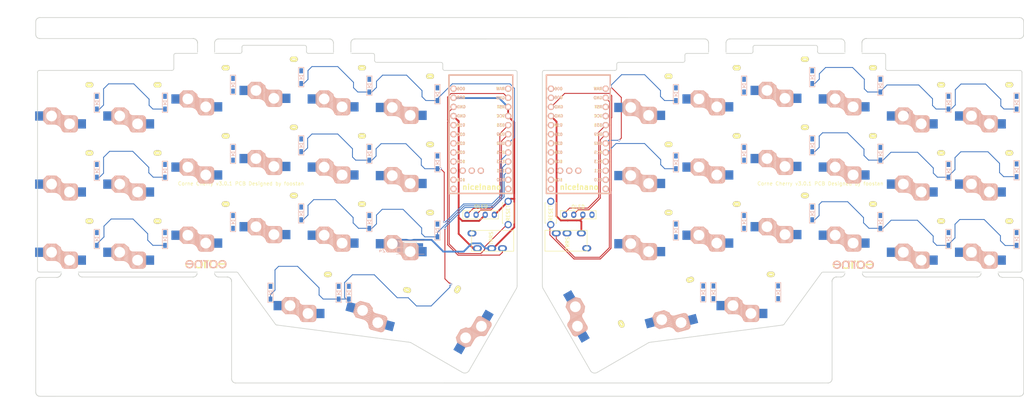
<source format=kicad_pcb>
(kicad_pcb (version 20211014) (generator pcbnew)
  (title_block (title "Corne Cherry") (date "2020-09-28") (rev "3.0.1") (company "foostan"))
  (layers (0 "F.Cu" signal) (31 "B.Cu" signal) (34 "B.Paste" user) (35 "F.Paste" user) (36 "B.SilkS" user "B.Silkscreen") (37 "F.SilkS" user "F.Silkscreen") (38 "B.Mask" user) (39 "F.Mask" user) (44 "Edge.Cuts" user))
  (net 0 "")
  (net 1 "row0")
  (net 2 "Net-(D1-Pad2)")
  (net 3 "row1")
  (net 4 "Net-(D2-Pad2)")
  (net 5 "row2")
  (net 6 "Net-(D3-Pad2)")
  (net 7 "row3")
  (net 8 "Net-(D4-Pad2)")
  (net 9 "Net-(D5-Pad2)")
  (net 10 "Net-(D6-Pad2)")
  (net 11 "Net-(D7-Pad2)")
  (net 12 "Net-(D8-Pad2)")
  (net 13 "Net-(D9-Pad2)")
  (net 14 "Net-(D10-Pad2)")
  (net 15 "Net-(D11-Pad2)")
  (net 16 "Net-(D12-Pad2)")
  (net 17 "Net-(D13-Pad2)")
  (net 18 "Net-(D14-Pad2)")
  (net 19 "Net-(D15-Pad2)")
  (net 20 "Net-(D16-Pad2)")
  (net 21 "Net-(D17-Pad2)")
  (net 22 "Net-(D18-Pad2)")
  (net 23 "Net-(D19-Pad2)")
  (net 24 "Net-(D20-Pad2)")
  (net 25 "Net-(D21-Pad2)")
  (net 26 "GND")
  (net 27 "VCC")
  (net 28 "col0")
  (net 29 "col1")
  (net 30 "col2")
  (net 31 "col3")
  (net 32 "col4")
  (net 33 "col5")
  (net 35 "data")
  (net 36 "reset")
  (net 37 "SCL")
  (net 38 "SDA")
  (net 44 "Net-(D22-Pad2)")
  (net 45 "row0_r")
  (net 46 "Net-(D23-Pad2)")
  (net 47 "Net-(D24-Pad2)")
  (net 48 "Net-(D25-Pad2)")
  (net 49 "Net-(D26-Pad2)")
  (net 50 "Net-(D27-Pad2)")
  (net 51 "row1_r")
  (net 52 "Net-(D28-Pad2)")
  (net 53 "Net-(D29-Pad2)")
  (net 54 "Net-(D30-Pad2)")
  (net 55 "Net-(D31-Pad2)")
  (net 56 "Net-(D32-Pad2)")
  (net 57 "Net-(D33-Pad2)")
  (net 58 "row2_r")
  (net 59 "Net-(D34-Pad2)")
  (net 60 "Net-(D35-Pad2)")
  (net 61 "Net-(D36-Pad2)")
  (net 62 "Net-(D37-Pad2)")
  (net 63 "Net-(D38-Pad2)")
  (net 64 "Net-(D39-Pad2)")
  (net 65 "Net-(D40-Pad2)")
  (net 66 "row3_r")
  (net 67 "Net-(D41-Pad2)")
  (net 68 "Net-(D42-Pad2)")
  (net 69 "data_r")
  (net 70 "SDA_r")
  (net 71 "SCL_r")
  (net 73 "reset_r")
  (net 74 "col0_r")
  (net 75 "col1_r")
  (net 76 "col2_r")
  (net 77 "col3_r")
  (net 78 "col4_r")
  (net 79 "col5_r")
  (net 80 "VDD")
  (net 81 "GNDA")
  (net 82 "Net-(LED18-Pad4)")
  (net 83 "Net-(LED24-Pad4)")
  (footprint "kbd:MJ-4PP-9_1side" (layer "F.Cu") (at 144.1345 74.292 -90)
    (fp_text reference "J1")
    (fp_text value "MJ-4PP-9" hide)
  )
  (footprint "kbd:OLED_1side" (layer "F.Cu") (at 130.9485 67.028)
    (fp_text reference "J2")
    (fp_text value "OLED" hide)
  )
  (footprint "kbd:ResetSW_1side" (layer "F.Cu") (at 142.4245 66.531 -90)
    (fp_text reference "RSW1" hide)
    (fp_text value "SW_PUSH")
  )
  (footprint "kbd:ChocV1_V2_Hotswap" (layer "F.Cu") (at 39.1075 35.78)
    (fp_text reference "SW2" hide)
    (fp_text value "SW_PUSH" hide)
  )
  (footprint "kbd:ChocV1_V2_Hotswap" (layer "F.Cu") (at 58.1075 31.03)
    (fp_text reference "SW3" hide)
    (fp_text value "SW_PUSH" hide)
  )
  (footprint "kbd:ChocV1_V2_Hotswap" (layer "F.Cu") (at 77.1075 28.655)
    (fp_text reference "SW4" hide)
    (fp_text value "SW_PUSH" hide)
  )
  (footprint "kbd:ChocV1_V2_Hotswap" (layer "F.Cu") (at 96.1075 31.03)
    (fp_text reference "SW5" hide)
    (fp_text value "SW_PUSH" hide)
  )
  (footprint "kbd:ChocV1_V2_Hotswap" (layer "F.Cu") (at 20.1075 54.78)
    (fp_text reference "SW7" hide)
    (fp_text value "SW_PUSH" hide)
  )
  (footprint "kbd:ChocV1_V2_Hotswap" (layer "F.Cu") (at 39.1075 54.78)
    (fp_text reference "SW8" hide)
    (fp_text value "SW_PUSH" hide)
  )
  (footprint "kbd:ChocV1_V2_Hotswap" (layer "F.Cu") (at 58.1075 50.03)
    (fp_text reference "SW9" hide)
    (fp_text value "SW_PUSH" hide)
  )
  (footprint "kbd:ChocV1_V2_Hotswap" (layer "F.Cu") (at 77.1075 47.655)
    (fp_text reference "SW10" hide)
    (fp_text value "SW_PUSH" hide)
  )
  (footprint "kbd:ChocV1_V2_Hotswap" (layer "F.Cu") (at 96.1075 50.03)
    (fp_text reference "SW11" hide)
    (fp_text value "SW_PUSH" hide)
  )
  (footprint "kbd:ChocV1_V2_Hotswap" (layer "F.Cu") (at 115.1075 52.405)
    (fp_text reference "SW12" hide)
    (fp_text value "SW_PUSH" hide)
  )
  (footprint "kbd:ChocV1_V2_Hotswap" (layer "F.Cu") (at 20.1075 73.78)
    (fp_text reference "SW13" hide)
    (fp_text value "SW_PUSH" hide)
  )
  (footprint "kbd:ChocV1_V2_Hotswap" (layer "F.Cu") (at 39.1075 73.78)
    (fp_text reference "SW14" hide)
    (fp_text value "SW_PUSH" hide)
  )
  (footprint "kbd:ChocV1_V2_Hotswap" (layer "F.Cu") (at 58.1075 69.03)
    (fp_text reference "SW15" hide)
    (fp_text value "SW_PUSH" hide)
  )
  (footprint "kbd:ChocV1_V2_Hotswap" (layer "F.Cu") (at 77.1075 66.655)
    (fp_text reference "SW16" hide)
    (fp_text value "SW_PUSH" hide)
  )
  (footprint "kbd:ChocV1_V2_Hotswap" (layer "F.Cu") (at 96.1075 69.03)
    (fp_text reference "SW17" hide)
    (fp_text value "SW_PUSH" hide)
  )
  (footprint "kbd:ChocV1_V2_Hotswap" (layer "F.Cu") (at 115.1075 71.405)
    (fp_text reference "SW18" hide)
    (fp_text value "SW_PUSH" hide)
  )
  (footprint "kbd:ChocV1_V2_Hotswap" (layer "F.Cu") (at 86.6075 88.655)
    (fp_text reference "SW19" hide)
    (fp_text value "SW_PUSH" hide)
  )
  (footprint "kbd:ChocV1_V2_Hotswap" (layer "F.Cu") (at 107.6075 91.405 -15)
    (fp_text reference "SW20" hide)
    (fp_text value "SW_PUSH" hide)
  )
  (footprint "kbd:ChocV1_V2_Hotswap_1.5u" (layer "F.Cu") (at 129.8575 95.155 60)
    (fp_text reference "SW21" hide)
    (fp_text value "SW_PUSH" hide)
  )
  (footprint "kbd:ChocV1_V2_Hotswap_1.5u" (layer "F.Cu") (at 166.8645 95.15 -60)
    (fp_text reference "SW42" hide)
    (fp_text value "SW_PUSH" hide)
  )
  (footprint "kbd:MJ-4PP-9_1side" (layer "F.Cu") (at 152.5375 74.27 90)
    (fp_text reference "J3")
    (fp_text value "MJ-4PP-9" hide)
  )
  (footprint "kbd:OLED_1side" (layer "F.Cu") (at 158.1775 67.02)
    (fp_text reference "J4")
    (fp_text value "OLED" hide)
  )
  (footprint "kbd:ResetSW_1side" (layer "F.Cu") (at 154.3045 66.522 -90)
    (fp_text reference "RSW2" hide)
    (fp_text value "SW_PUSH")
  )
  (footprint "kbd:ChocV1_V2_Hotswap" (layer "F.Cu") (at 219.6145 66.65)
    (fp_text reference "SW37" hide)
    (fp_text value "SW_PUSH" hide)
  )
  (footprint "kbd:ChocV1_V2_Hotswap" (layer "F.Cu") (at 200.6145 69.025)
    (fp_text reference "SW38" hide)
    (fp_text value "SW_PUSH" hide)
  )
  (footprint "kbd:ChocV1_V2_Hotswap" (layer "F.Cu") (at 181.6145 71.4)
    (fp_text reference "SW39" hide)
    (fp_text value "SW_PUSH" hide)
  )
  (footprint "kbd:ChocV1_V2_Hotswap" (layer "F.Cu") (at 210.1145 88.65)
    (fp_text reference "SW40" hide)
    (fp_text value "SW_PUSH" hide)
  )
  (footprint "kbd:ChocV1_V2_Hotswap" (layer "F.Cu") (at 189.1145 91.4 15)
    (fp_text reference "SW41" hide)
    (fp_text value "SW_PUSH" hide)
  )
  (footprint "kbd:ChocV1_V2_Hotswap" (layer "F.Cu") (at 219.6145 28.65)
    (fp_text reference "SW25" hide)
    (fp_text value "SW_PUSH" hide)
  )
  (footprint "kbd:ChocV1_V2_Hotswap" (layer "F.Cu") (at 200.6145 31.025)
    (fp_text reference "SW26" hide)
    (fp_text value "SW_PUSH" hide)
  )
  (footprint "kbd:ChocV1_V2_Hotswap" (layer "F.Cu") (at 276.6145 54.775)
    (fp_text reference "SW28" hide)
    (fp_text value "SW_PUSH" hide)
  )
  (footprint "kbd:ChocV1_V2_Hotswap" (layer "F.Cu") (at 238.6145 31.025)
    (fp_text reference "SW24" hide)
    (fp_text value "SW_PUSH" hide)
  )
  (footprint "kbd:ChocV1_V2_Hotswap" (layer "F.Cu") (at 257.6145 54.775)
    (fp_text reference "SW29" hide)
    (fp_text value "SW_PUSH" hide)
  )
  (footprint "kbd:ChocV1_V2_Hotswap" (layer "F.Cu") (at 257.6145 73.775)
    (fp_text reference "SW35" hide)
    (fp_text value "SW_PUSH" hide)
  )
  (footprint "kbd:ChocV1_V2_Hotswap" (layer "F.Cu") (at 238.6145 69.025)
    (fp_text reference "SW36" hide)
    (fp_text value "SW_PUSH" hide)
  )
  (footprint "kbd:ChocV1_V2_Hotswap" (layer "F.Cu") (at 276.6145 35.775)
    (fp_text reference "SW22" hide)
    (fp_text value "SW_PUSH" hide)
  )
  (footprint "kbd:ChocV1_V2_Hotswap" (layer "F.Cu") (at 257.6145 35.775)
    (fp_text reference "SW23" hide)
    (fp_text value "SW_PUSH" hide)
  )
  (footprint "kbd:ChocV1_V2_Hotswap" (layer "F.Cu") (at 238.6145 50.025)
    (fp_text reference "SW30" hide)
    (fp_text value "SW_PUSH" hide)
  )
  (footprint "kbd:ChocV1_V2_Hotswap" (layer "F.Cu") (at 219.6145 47.65)
    (fp_text reference "SW31" hide)
    (fp_text value "SW_PUSH" hide)
  )
  (footprint "kbd:ChocV1_V2_Hotswap" (layer "F.Cu") (at 200.6145 50.025)
    (fp_text reference "SW32" hide)
    (fp_text value "SW_PUSH" hide)
  )
  (footprint "kbd:ChocV1_V2_Hotswap" (layer "F.Cu") (at 181.6145 52.4)
    (fp_text reference "SW33" hide)
    (fp_text value "SW_PUSH" hide)
  )
  (footprint "kbd:ChocV1_V2_Hotswap" (layer "F.Cu") (at 276.6145 73.775)
    (fp_text reference "SW34" hide)
    (fp_text value "SW_PUSH" hide)
  )
  (footprint "kbd:ChocV1_V2_Hotswap" (layer "F.Cu") (at 20.1075 35.78)
    (fp_text reference "SW1" hide)
    (fp_text value "SW_PUSH" hide)
  )
  (footprint "kbd:M2_HOLE_v2" (layer "F.Cu") (at 105.5755 41.7655)
    (fp_text reference "Ref**" hide)
    (fp_text value "Val**" hide)
  )
  (footprint "kbd:M2_HOLE_v2" (layer "F.Cu") (at 72.7645 81.5205)
    (fp_text reference "Ref**" hide)
    (fp_text value "Val**" hide)
  )
  (footprint "kbd:M2_HOLE_v2" (layer "F.Cu") (at 119.3305 89.135)
    (fp_text reference "Ref**" hide)
    (fp_text value "Val**" hide)
  )
  (footprint "kbd:M2_HOLE_v2" (layer "F.Cu") (at 127.8695 74.254)
    (fp_text reference "Ref**" hide)
    (fp_text value "Val**" hide)
  )
  (footprint "kbd:M2_HOLE_v2" (layer "F.Cu") (at 142.3015 82.775)
    (fp_text reference "Ref**" hide)
    (fp_text value "Val**" hide)
  )
  (footprint "kbd:M2_HOLE_v2" (layer "F.Cu") (at 177.3895 89.145 180)
    (fp_text reference "Ref**" hide)
    (fp_text value "Val**" hide)
  )
  (footprint "kbd:M2_HOLE_v2" (layer "F.Cu") (at 223.9555 81.5305 180)
    (fp_text reference "Ref**" hide)
    (fp_text value "Val**" hide)
  )
  (footprint "kbd:M2_HOLE_v2" (layer "F.Cu") (at 267.0995 45.2655 180)
    (fp_text reference "Ref**" hide)
    (fp_text value "Val**" hide)
  )
  (footprint "kbd:M2_HOLE_v2" (layer "F.Cu") (at 191.1445 41.7755 180)
    (fp_text reference "Ref**" hide)
    (fp_text value "Val**" hide)
  )
  (footprint "kbd:ChocV1_V2_Hotswap" (layer "F.Cu") (at 115.1075 33.405)
    (fp_text reference "SW6" hide)
    (fp_text value "SW_PUSH" hide)
  )
  (footprint "kbd:ChocV1_V2_Hotswap" (layer "F.Cu") (at 181.6075 33.405)
    (fp_text reference "SW27" hide)
    (fp_text value "SW_PUSH" hide)
  )
  (footprint "kbd:M2_HOLE_v2" (layer "F.Cu") (at 27.5195 54.1395)
    (fp_text reference "Ref**" hide)
    (fp_text value "Val**" hide)
  )
  (footprint "kbd:M2_HOLE_v2" (layer "F.Cu") (at 29.6075 45.28)
    (fp_text reference "Ref**" hide)
    (fp_text value "Val**" hide)
  )
  (footprint "kbd:Breakaway_Tabs" (layer "F.Cu") (at 58.23675 21.869)
    (fp_text reference "REF**")
    (fp_text value "Breakaway_Tabs")
  )
  (footprint "kbd:Breakaway_Tabs" (layer "F.Cu") (at 96.2075 21.873)
    (fp_text reference "REF**")
    (fp_text value "Breakaway_Tabs")
  )
  (footprint "kbd:Breakaway_Tabs" (layer "F.Cu") (at 20.1625 83.176)
    (fp_text reference "REF**")
    (fp_text value "Breakaway_Tabs")
  )
  (footprint "kbd:Breakaway_Tabs" (layer "F.Cu") (at 58.1235 83.178)
    (fp_text reference "REF**")
    (fp_text value "Breakaway_Tabs")
  )
  (footprint "kbd:corne-logo-horizontal" (layer "F.Cu") (at 58.2675 80.89)
    (fp_text reference "G***" hide)
    (fp_text value "LOGO" hide)
  )
  (footprint "kbd:corne-logo-horizontal" (layer "F.Cu") (at 238.7775 81.04)
    (fp_text reference "G***" hide)
    (fp_text value "LOGO" hide)
  )
  (footprint "nice-nano-kicad:nice_nano" (layer "F.Cu") (at 161.9875 45.84 -90)
    (fp_text reference "U2" hide)
    (fp_text value "nice_nano" hide)
  )
  (footprint "nice-nano-kicad:nice_nano" (layer "F.Cu") (at 134.8125 45.84 -90)
    (fp_text reference "U1" hide)
    (fp_text value "nice_nano" hide)
  )
  (footprint "kbd:D3_SMD_v2" (layer "B.Cu") (at 27.7345 35.776875 90)
    (fp_text reference "D1" hide)
    (fp_text value "D" hide)
  )
  (footprint "kbd:D3_SMD_v2" (layer "B.Cu") (at 46.7345 35.78 90)
    (fp_text reference "D2" hide)
    (fp_text value "D" hide)
  )
  (footprint "kbd:D3_SMD_v2" (layer "B.Cu") (at 65.7075 30.78 90)
    (fp_text reference "D3" hide)
    (fp_text value "D" hide)
  )
  (footprint "kbd:D3_SMD_v2" (layer "B.Cu") (at 84.7075 28.655 90)
    (fp_text reference "D4" hide)
    (fp_text value "D" hide)
  )
  (footprint "kbd:D3_SMD_v2" (layer "B.Cu") (at 103.7075 31.03 90)
    (fp_text reference "D5" hide)
    (fp_text value "D" hide)
  )
  (footprint "kbd:D3_SMD_v2" (layer "B.Cu") (at 122.7075 33.405 90)
    (fp_text reference "D6" hide)
    (fp_text value "D" hide)
  )
  (footprint "kbd:D3_SMD_v2" (layer "B.Cu") (at 27.7345 54.776875 90)
    (fp_text reference "D7" hide)
    (fp_text value "D" hide)
  )
  (footprint "kbd:D3_SMD_v2" (layer "B.Cu") (at 46.7345 54.78 90)
    (fp_text reference "D8" hide)
    (fp_text value "D" hide)
  )
  (footprint "kbd:D3_SMD_v2" (layer "B.Cu") (at 65.7075 50.03 90)
    (fp_text reference "D9" hide)
    (fp_text value "D" hide)
  )
  (footprint "kbd:D3_SMD_v2" (layer "B.Cu") (at 84.7075 47.655 90)
    (fp_text reference "D10" hide)
    (fp_text value "D" hide)
  )
  (footprint "kbd:D3_SMD_v2" (layer "B.Cu") (at 103.7075 50.03 90)
    (fp_text reference "D11" hide)
    (fp_text value "D" hide)
  )
  (footprint "kbd:D3_SMD_v2" (layer "B.Cu") (at 122.7075 52.405 90)
    (fp_text reference "D12" hide)
    (fp_text value "D" hide)
  )
  (footprint "kbd:D3_SMD_v2" (layer "B.Cu") (at 27.7345 73.776875 90)
    (fp_text reference "D13" hide)
    (fp_text value "D" hide)
  )
  (footprint "kbd:D3_SMD_v2" (layer "B.Cu") (at 46.7345 73.78 90)
    (fp_text reference "D14" hide)
    (fp_text value "D" hide)
  )
  (footprint "kbd:D3_SMD_v2" (layer "B.Cu") (at 65.7075 69.03 90)
    (fp_text reference "D15" hide)
    (fp_text value "D" hide)
  )
  (footprint "kbd:D3_SMD_v2" (layer "B.Cu") (at 84.7075 66.655 90)
    (fp_text reference "D16" hide)
    (fp_text value "D" hide)
  )
  (footprint "kbd:D3_SMD_v2" (layer "B.Cu") (at 103.7075 69.03 90)
    (fp_text reference "D17" hide)
    (fp_text value "D" hide)
  )
  (footprint "kbd:D3_SMD_v2" (layer "B.Cu") (at 122.7075 71.405 90)
    (fp_text reference "D18" hide)
    (fp_text value "D" hide)
  )
  (footprint "kbd:D3_SMD_v2" (layer "B.Cu") (at 76.1575 88.77 90)
    (fp_text reference "D19" hide)
    (fp_text value "D" hide)
  )
  (footprint "kbd:D3_SMD_v2" (layer "B.Cu") (at 95.1645 88.765 90)
    (fp_text reference "D20" hide)
    (fp_text value "D" hide)
  )
  (footprint "kbd:D3_SMD_v2" (layer "B.Cu") (at 98.0075 88.765 90)
    (fp_text reference "D21" hide)
    (fp_text value "D" hide)
  )
  (footprint "kbd:YS-SK6812MINI-E" (layer "B.Cu") (at 115.1075 76.155)
    (fp_text reference "LED24")
    (fp_text value "YS-SK6812MINI-E")
    (fp_line (start -1.8 -1.55) (end 1.8 -1.55) (layer "Edge.Cuts") (width 0.12))
    (fp_line (start -1.8 1.55) (end -1.8 -1.55) (layer "Edge.Cuts") (width 0.12))
    (fp_line (start 1.8 1.55) (end -1.8 1.55) (layer "Edge.Cuts") (width 0.12))
    (fp_line (start 1.8 -1.55) (end 1.8 1.55) (layer "Edge.Cuts") (width 0.12))
  )
  (footprint "kbd:D3_SMD_v2" (layer "B.Cu") (at 265.2145 35.775 90)
    (fp_text reference "D23" hide)
    (fp_text value "D" hide)
  )
  (footprint "kbd:D3_SMD_v2" (layer "B.Cu") (at 246.2145 31.025 90)
    (fp_text reference "D24" hide)
    (fp_text value "D" hide)
  )
  (footprint "kbd:D3_SMD_v2" (layer "B.Cu") (at 227.2145 28.65 90)
    (fp_text reference "D25" hide)
    (fp_text value "D" hide)
  )
  (footprint "kbd:D3_SMD_v2" (layer "B.Cu") (at 189.2075 33.405 90)
    (fp_text reference "D27" hide)
    (fp_text value "D" hide)
  )
  (footprint "kbd:D3_SMD_v2" (layer "B.Cu") (at 284.2145 54.625 90)
    (fp_text reference "D28" hide)
    (fp_text value "D" hide)
  )
  (footprint "kbd:D3_SMD_v2" (layer "B.Cu") (at 265.2145 54.775 90)
    (fp_text reference "D29" hide)
    (fp_text value "D" hide)
  )
  (footprint "kbd:D3_SMD_v2" (layer "B.Cu") (at 246.2145 50.025 90)
    (fp_text reference "D30" hide)
    (fp_text value "D" hide)
  )
  (footprint "kbd:D3_SMD_v2" (layer "B.Cu") (at 227.2145 47.65 90)
    (fp_text reference "D31" hide)
    (fp_text value "D" hide)
  )
  (footprint "kbd:D3_SMD_v2" (layer "B.Cu") (at 208.2145 50.025 90)
    (fp_text reference "D32" hide)
    (fp_text value "D" hide)
  )
  (footprint "kbd:D3_SMD_v2" (layer "B.Cu") (at 189.2075 52.405 90)
    (fp_text reference "D33" hide)
    (fp_text value "D" hide)
  )
  (footprint "kbd:D3_SMD_v2" (layer "B.Cu") (at 284.2145 73.775 90)
    (fp_text reference "D34" hide)
    (fp_text value "D" hide)
  )
  (footprint "kbd:D3_SMD_v2" (layer "B.Cu") (at 265.2145 73.775 90)
    (fp_text reference "D35" hide)
    (fp_text value "D" hide)
  )
  (footprint "kbd:D3_SMD_v2" (layer "B.Cu") (at 246.2145 69.025 90)
    (fp_text reference "D36" hide)
    (fp_text value "D" hide)
  )
  (footprint "kbd:D3_SMD_v2" (layer "B.Cu") (at 227.2145 66.65 90)
    (fp_text reference "D37" hide)
    (fp_text value "D" hide)
  )
  (footprint "kbd:D3_SMD_v2" (layer "B.Cu") (at 208.2145 69.025 90)
    (fp_text reference "D38" hide)
    (fp_text value "D" hide)
  )
  (footprint "kbd:D3_SMD_v2" (layer "B.Cu") (at 189.2075 71.405 90)
    (fp_text reference "D39" hide)
    (fp_text value "D" hide)
  )
  (footprint "kbd:D3_SMD_v2" (layer "B.Cu") (at 217.7145 88.635 90)
    (fp_text reference "D40" hide)
    (fp_text value "D" hide)
  )
  (footprint "kbd:D3_SMD_v2" (layer "B.Cu") (at 199.6645 88.65 90)
    (fp_text reference "D41" hide)
    (fp_text value "D" hide)
  )
  (footprint "kbd:D3_SMD_v2" (layer "B.Cu") (at 196.8145 88.65 90)
    (fp_text reference "D42" hide)
    (fp_text value "D" hide)
  )
  (footprint "kbd:D3_SMD_v2" (layer "B.Cu") (at 284.2145 35.775 90)
    (fp_text reference "D22" hide)
    (fp_text value "D" hide)
  )
  (footprint "kbd:D3_SMD_v2" (layer "B.Cu") (at 208.2145 31.025 90)
    (fp_text reference "D26" hide)
    (fp_text value "D" hide)
  )
  (footprint "kbd:M2_HOLE_v2" (layer "B.Cu") (at 154.4185 82.785 180)
    (fp_text reference "Ref**" hide)
    (fp_text value "Val**" hide)
  )
  (footprint "kbd:M2_HOLE_v2" (layer "B.Cu") (at 269.1875 54.125 180)
    (fp_text reference "Ref**" hide)
    (fp_text value "Val**" hide)
  )
  (footprint "kbd:M2_HOLE_v2" (layer "B.Cu") (at 168.8505 74.264 180)
    (fp_text reference "Ref**" hide)
    (fp_text value "Val**" hide)
  )
  (footprint "kbd:Breakaway_Tabs" (layer "B.Cu") (at 276.6555 83.183 180)
    (fp_text reference "REF**")
    (fp_text value "Breakaway_Tabs")
  )
  (footprint "kbd:Breakaway_Tabs" (layer "B.Cu") (at 200.7375 21.885 180)
    (fp_text reference "REF**")
    (fp_text value "Breakaway_Tabs")
  )
  (footprint "kbd:Breakaway_Tabs" (layer "B.Cu") (at 238.6495 21.87 180)
    (fp_text reference "REF**")
    (fp_text value "Breakaway_Tabs")
  )
  (footprint "kbd:Breakaway_Tabs" (layer "B.Cu") (at 238.7415 83.193 180)
    (fp_text reference "REF**")
    (fp_text value "Breakaway_Tabs")
  )
  (footprint "kbd:corne-logo-horizontal" (layer "B.Cu") (at 58.0375 80.89 180)
    (fp_text reference "G***" hide)
    (fp_text value "LOGO" hide)
  )
  (footprint "kbd:corne-logo-horizontal" (layer "B.Cu") (at 238.5675 81.04 180)
    (fp_text reference "G***" hide)
    (fp_text value "LOGO" hide)
  )
  (gr_line (start 17.8075 83.020309) (end 17.8125 83.25) (layer "Edge.Cuts") (width 0.2))
  (gr_line (start 17.8125 83.25) (end 17.8123 83.252) (layer "Edge.Cuts") (width 0.2))
  (gr_line (start 17.8123 83.252) (end 17.8123 83.252) (layer "Edge.Cuts") (width 0.2))
  (gr_line (start 17.8123 83.252) (end 17.7896 83.483) (layer "Edge.Cuts") (width 0.2))
  (gr_line (start 17.7896 83.483) (end 17.7896 83.483) (layer "Edge.Cuts") (width 0.2))
  (gr_line (start 17.7896 83.483) (end 17.7896 83.483) (layer "Edge.Cuts") (width 0.2))
  (gr_line (start 17.7896 83.483) (end 17.7896 83.484) (layer "Edge.Cuts") (width 0.2))
  (gr_line (start 17.7896 83.484) (end 17.7886 83.488) (layer "Edge.Cuts") (width 0.2))
  (gr_line (start 17.7886 83.488) (end 17.7877 83.493) (layer "Edge.Cuts") (width 0.2))
  (gr_line (start 17.7877 83.493) (end 17.7208 83.714) (layer "Edge.Cuts") (width 0.2))
  (gr_line (start 17.7208 83.714) (end 17.7206 83.715) (layer "Edge.Cuts") (width 0.2))
  (gr_line (start 17.7206 83.715) (end 17.7188 83.719) (layer "Edge.Cuts") (width 0.2))
  (gr_line (start 17.7188 83.719) (end 17.717 83.724) (layer "Edge.Cuts") (width 0.2))
  (gr_line (start 17.717 83.724) (end 17.6082 83.928) (layer "Edge.Cuts") (width 0.2))
  (gr_line (start 17.6082 83.928) (end 17.6079 83.929) (layer "Edge.Cuts") (width 0.2))
  (gr_line (start 17.6079 83.929) (end 17.6054 83.932) (layer "Edge.Cuts") (width 0.2))
  (gr_line (start 17.6054 83.932) (end 17.6028 83.936) (layer "Edge.Cuts") (width 0.2))
  (gr_line (start 17.6028 83.936) (end 17.4564 84.116) (layer "Edge.Cuts") (width 0.2))
  (gr_line (start 17.4564 84.116) (end 17.4564 84.116) (layer "Edge.Cuts") (width 0.2))
  (gr_line (start 17.4564 84.116) (end 17.4564 84.116) (layer "Edge.Cuts") (width 0.2))
  (gr_line (start 17.4564 84.116) (end 17.4559 84.116) (layer "Edge.Cuts") (width 0.2))
  (gr_line (start 17.4559 84.116) (end 17.4527 84.12) (layer "Edge.Cuts") (width 0.2))
  (gr_line (start 17.4527 84.12) (end 17.4495 84.123) (layer "Edge.Cuts") (width 0.2))
  (gr_line (start 17.4495 84.123) (end 17.2709 84.271) (layer "Edge.Cuts") (width 0.2))
  (gr_line (start 17.2709 84.271) (end 17.2704 84.271) (layer "Edge.Cuts") (width 0.2))
  (gr_line (start 17.2704 84.271) (end 17.2666 84.273) (layer "Edge.Cuts") (width 0.2))
  (gr_line (start 17.2666 84.273) (end 17.2628 84.276) (layer "Edge.Cuts") (width 0.2))
  (gr_line (start 17.2628 84.276) (end 17.059 84.386) (layer "Edge.Cuts") (width 0.2))
  (gr_line (start 17.059 84.386) (end 17.059 84.386) (layer "Edge.Cuts") (width 0.2))
  (gr_line (start 17.059 84.386) (end 17.059 84.386) (layer "Edge.Cuts") (width 0.2))
  (gr_line (start 17.059 84.386) (end 17.0583 84.387) (layer "Edge.Cuts") (width 0.2))
  (gr_line (start 17.0583 84.387) (end 17.0542 84.388) (layer "Edge.Cuts") (width 0.2))
  (gr_line (start 17.0542 84.388) (end 17.05 84.39) (layer "Edge.Cuts") (width 0.2))
  (gr_line (start 17.05 84.39) (end 16.8286 84.459) (layer "Edge.Cuts") (width 0.2))
  (gr_line (start 16.8286 84.459) (end 16.8279 84.459) (layer "Edge.Cuts") (width 0.2))
  (gr_line (start 16.8279 84.459) (end 16.8235 84.46) (layer "Edge.Cuts") (width 0.2))
  (gr_line (start 16.8235 84.46) (end 16.819 84.46) (layer "Edge.Cuts") (width 0.2))
  (gr_line (start 16.819 84.46) (end 16.5885 84.485) (layer "Edge.Cuts") (width 0.2))
  (gr_line (start 16.5885 84.485) (end 16.5878 84.485) (layer "Edge.Cuts") (width 0.2))
  (gr_line (start 16.5878 84.485) (end 16.5856 84.485) (layer "Edge.Cuts") (width 0.2))
  (gr_line (start 16.5856 84.485) (end 16.5835 84.485) (layer "Edge.Cuts") (width 0.2))
  (gr_line (start 16.5835 84.485) (end 16.5775 84.485) (layer "Edge.Cuts") (width 0.2))
  (gr_line (start 16.5775 84.485) (end 16.5774 84.485) (layer "Edge.Cuts") (width 0.2))
  (gr_line (start 16.5774 84.485) (end 11.8252 84.485) (layer "Edge.Cuts") (width 0.2))
  (gr_line (start 11.8252 84.485) (end 11.8194 84.485) (layer "Edge.Cuts") (width 0.2))
  (gr_line (start 11.8194 84.485) (end 11.5963 84.508) (layer "Edge.Cuts") (width 0.2))
  (gr_line (start 11.5963 84.508) (end 11.3843 84.574) (layer "Edge.Cuts") (width 0.2))
  (gr_line (start 11.3843 84.574) (end 11.1891 84.68) (layer "Edge.Cuts") (width 0.2))
  (gr_line (start 11.1891 84.68) (end 11.018 84.821) (layer "Edge.Cuts") (width 0.2))
  (gr_line (start 11.018 84.821) (end 10.8778 84.993) (layer "Edge.Cuts") (width 0.2))
  (gr_line (start 10.8778 84.993) (end 10.7736 85.189) (layer "Edge.Cuts") (width 0.2))
  (gr_line (start 10.7736 85.189) (end 10.7094 85.402) (layer "Edge.Cuts") (width 0.2))
  (gr_line (start 10.7094 85.402) (end 10.6875 85.625) (layer "Edge.Cuts") (width 0.2))
  (gr_line (start 10.6875 116.497) (end 10.6875 116.503) (layer "Edge.Cuts") (width 0.2))
  (gr_line (start 10.6875 116.503) (end 10.711 116.726) (layer "Edge.Cuts") (width 0.2))
  (gr_line (start 10.711 116.726) (end 10.7766 116.938) (layer "Edge.Cuts") (width 0.2))
  (gr_line (start 10.7766 116.938) (end 10.8822 117.133) (layer "Edge.Cuts") (width 0.2))
  (gr_line (start 10.8822 117.133) (end 11.0236 117.304) (layer "Edge.Cuts") (width 0.2))
  (gr_line (start 11.0236 117.304) (end 11.1957 117.445) (layer "Edge.Cuts") (width 0.2))
  (gr_line (start 11.1957 117.445) (end 11.3916 117.549) (layer "Edge.Cuts") (width 0.2))
  (gr_line (start 11.3916 117.549) (end 11.6041 117.613) (layer "Edge.Cuts") (width 0.2))
  (gr_line (start 11.6041 117.613) (end 11.8274 117.635) (layer "Edge.Cuts") (width 0.2))
  (gr_line (start 11.8274 117.635) (end 285.0575 117.626) (layer "Edge.Cuts") (width 0.2))
  (gr_line (start 285.0555 12.0385) (end 11.8252 12.0475) (layer "Edge.Cuts") (width 0.2))
  (gr_line (start 11.8252 12.0475) (end 11.8194 12.0475) (layer "Edge.Cuts") (width 0.2))
  (gr_line (start 11.8194 12.0475) (end 11.5963 12.071) (layer "Edge.Cuts") (width 0.2))
  (gr_line (start 11.5963 12.071) (end 11.3843 12.1366) (layer "Edge.Cuts") (width 0.2))
  (gr_line (start 11.3843 12.1366) (end 11.1891 12.2422) (layer "Edge.Cuts") (width 0.2))
  (gr_line (start 11.1891 12.2422) (end 11.018 12.3837) (layer "Edge.Cuts") (width 0.2))
  (gr_line (start 11.018 12.3837) (end 10.8778 12.5557) (layer "Edge.Cuts") (width 0.2))
  (gr_line (start 10.8778 12.5557) (end 10.7736 12.7516) (layer "Edge.Cuts") (width 0.2))
  (gr_line (start 10.7736 12.7516) (end 10.7094 12.9641) (layer "Edge.Cuts") (width 0.2))
  (gr_line (start 10.7094 12.9641) (end 10.6875 13.1875) (layer "Edge.Cuts") (width 0.2))
  (gr_line (start 10.6875 13.1875) (end 10.6875 16.7473) (layer "Edge.Cuts") (width 0.2))
  (gr_line (start 10.6875 16.7473) (end 10.6875 16.7531) (layer "Edge.Cuts") (width 0.2))
  (gr_line (start 10.6875 16.7531) (end 10.711 16.9762) (layer "Edge.Cuts") (width 0.2))
  (gr_line (start 10.711 16.9762) (end 10.7766 17.1882) (layer "Edge.Cuts") (width 0.2))
  (gr_line (start 10.7766 17.1882) (end 10.8822 17.3835) (layer "Edge.Cuts") (width 0.2))
  (gr_line (start 10.8822 17.3835) (end 11.0236 17.5545) (layer "Edge.Cuts") (width 0.2))
  (gr_line (start 11.0236 17.5545) (end 11.1957 17.6948) (layer "Edge.Cuts") (width 0.2))
  (gr_line (start 11.1957 17.6948) (end 11.3916 17.799) (layer "Edge.Cuts") (width 0.2))
  (gr_line (start 11.3916 17.799) (end 11.6041 17.8631) (layer "Edge.Cuts") (width 0.2))
  (gr_line (start 11.6041 17.8631) (end 11.8274 17.885) (layer "Edge.Cuts") (width 0.2))
  (gr_line (start 11.8274 17.885) (end 54.5774 17.885) (layer "Edge.Cuts") (width 0.2))
  (gr_line (start 54.5774 17.885) (end 54.5799 17.8853) (layer "Edge.Cuts") (width 0.2))
  (gr_line (start 54.5799 17.8853) (end 54.5799 17.8853) (layer "Edge.Cuts") (width 0.2))
  (gr_line (start 54.5799 17.8853) (end 54.8105 17.9079) (layer "Edge.Cuts") (width 0.2))
  (gr_line (start 54.8105 17.9079) (end 54.8105 17.9079) (layer "Edge.Cuts") (width 0.2))
  (gr_line (start 54.8105 17.9079) (end 54.8105 17.9079) (layer "Edge.Cuts") (width 0.2))
  (gr_line (start 54.8105 17.9079) (end 54.8112 17.9079) (layer "Edge.Cuts") (width 0.2))
  (gr_line (start 54.8112 17.9079) (end 54.8156 17.9089) (layer "Edge.Cuts") (width 0.2))
  (gr_line (start 54.8156 17.9089) (end 54.8201 17.9098) (layer "Edge.Cuts") (width 0.2))
  (gr_line (start 54.8201 17.9098) (end 55.042 17.9768) (layer "Edge.Cuts") (width 0.2))
  (gr_line (start 55.042 17.9768) (end 55.0426 17.977) (layer "Edge.Cuts") (width 0.2))
  (gr_line (start 55.0426 17.977) (end 55.0468 17.9787) (layer "Edge.Cuts") (width 0.2))
  (gr_line (start 55.0468 17.9787) (end 55.051 17.9805) (layer "Edge.Cuts") (width 0.2))
  (gr_line (start 55.051 17.9805) (end 55.2556 18.0893) (layer "Edge.Cuts") (width 0.2))
  (gr_line (start 55.2556 18.0893) (end 55.2556 18.0893) (layer "Edge.Cuts") (width 0.2))
  (gr_line (start 55.2556 18.0893) (end 55.2556 18.0893) (layer "Edge.Cuts") (width 0.2))
  (gr_line (start 55.2556 18.0893) (end 55.2562 18.0896) (layer "Edge.Cuts") (width 0.2))
  (gr_line (start 55.2562 18.0896) (end 55.26 18.0922) (layer "Edge.Cuts") (width 0.2))
  (gr_line (start 55.26 18.0922) (end 55.2638 18.0947) (layer "Edge.Cuts") (width 0.2))
  (gr_line (start 55.2638 18.0947) (end 55.4434 18.2412) (layer "Edge.Cuts") (width 0.2))
  (gr_line (start 55.4434 18.2412) (end 55.4439 18.2416) (layer "Edge.Cuts") (width 0.2))
  (gr_line (start 55.4439 18.2416) (end 55.447 18.2448) (layer "Edge.Cuts") (width 0.2))
  (gr_line (start 55.447 18.2448) (end 55.4503 18.248) (layer "Edge.Cuts") (width 0.2))
  (gr_line (start 55.4503 18.248) (end 55.598 18.4266) (layer "Edge.Cuts") (width 0.2))
  (gr_line (start 55.598 18.4266) (end 55.5984 18.4271) (layer "Edge.Cuts") (width 0.2))
  (gr_line (start 55.5984 18.4271) (end 55.6009 18.4309) (layer "Edge.Cuts") (width 0.2))
  (gr_line (start 55.6009 18.4309) (end 55.6035 18.4347) (layer "Edge.Cuts") (width 0.2))
  (gr_line (start 55.6035 18.4347) (end 55.7137 18.6386) (layer "Edge.Cuts") (width 0.2))
  (gr_line (start 55.7137 18.6386) (end 55.7137 18.6386) (layer "Edge.Cuts") (width 0.2))
  (gr_line (start 55.7137 18.6386) (end 55.7137 18.6386) (layer "Edge.Cuts") (width 0.2))
  (gr_line (start 55.7137 18.6386) (end 55.714 18.6392) (layer "Edge.Cuts") (width 0.2))
  (gr_line (start 55.714 18.6392) (end 55.7157 18.6434) (layer "Edge.Cuts") (width 0.2))
  (gr_line (start 55.7157 18.6434) (end 55.7175 18.6476) (layer "Edge.Cuts") (width 0.2))
  (gr_line (start 55.7175 18.6476) (end 55.786 18.869) (layer "Edge.Cuts") (width 0.2))
  (gr_line (start 55.786 18.869) (end 55.7862 18.8696) (layer "Edge.Cuts") (width 0.2))
  (gr_line (start 55.7862 18.8696) (end 55.7871 18.8741) (layer "Edge.Cuts") (width 0.2))
  (gr_line (start 55.7871 18.8741) (end 55.788 18.8785) (layer "Edge.Cuts") (width 0.2))
  (gr_line (start 55.788 18.8785) (end 55.8122 19.109) (layer "Edge.Cuts") (width 0.2))
  (gr_line (start 55.8122 19.109) (end 55.8123 19.1097) (layer "Edge.Cuts") (width 0.2))
  (gr_line (start 55.8123 19.1097) (end 55.8122 19.1119) (layer "Edge.Cuts") (width 0.2))
  (gr_line (start 55.8122 19.1119) (end 55.8125 19.1141) (layer "Edge.Cuts") (width 0.2))
  (gr_line (start 55.8125 19.1141) (end 55.8125 19.12) (layer "Edge.Cuts") (width 0.2))
  (gr_line (start 55.8125 19.12) (end 55.8125 19.1201) (layer "Edge.Cuts") (width 0.2))
  (gr_line (start 55.8125 19.1201) (end 55.8175 22.020252) (layer "Edge.Cuts") (width 0.2))
  (gr_line (start 60.5575 83.021073) (end 60.5625 83.247) (layer "Edge.Cuts") (width 0.2))
  (gr_line (start 60.5625 83.247) (end 60.5625 83.253) (layer "Edge.Cuts") (width 0.2))
  (gr_line (start 60.5625 83.253) (end 60.586 83.476) (layer "Edge.Cuts") (width 0.2))
  (gr_line (start 60.586 83.476) (end 60.6516 83.688) (layer "Edge.Cuts") (width 0.2))
  (gr_line (start 60.6516 83.688) (end 60.7572 83.883) (layer "Edge.Cuts") (width 0.2))
  (gr_line (start 60.7572 83.883) (end 60.8986 84.054) (layer "Edge.Cuts") (width 0.2))
  (gr_line (start 60.8986 84.054) (end 61.0707 84.195) (layer "Edge.Cuts") (width 0.2))
  (gr_line (start 61.0707 84.195) (end 61.2666 84.299) (layer "Edge.Cuts") (width 0.2))
  (gr_line (start 61.2666 84.299) (end 61.4791 84.363) (layer "Edge.Cuts") (width 0.2))
  (gr_line (start 61.4791 84.363) (end 61.7024 84.385) (layer "Edge.Cuts") (width 0.2))
  (gr_line (start 61.7024 84.385) (end 64.0774 84.385) (layer "Edge.Cuts") (width 0.2))
  (gr_line (start 64.0774 84.385) (end 64.0799 84.385) (layer "Edge.Cuts") (width 0.2))
  (gr_line (start 64.0799 84.385) (end 64.0799 84.385) (layer "Edge.Cuts") (width 0.2))
  (gr_line (start 64.0799 84.385) (end 64.3105 84.408) (layer "Edge.Cuts") (width 0.2))
  (gr_line (start 64.3105 84.408) (end 64.3105 84.408) (layer "Edge.Cuts") (width 0.2))
  (gr_line (start 64.3105 84.408) (end 64.3105 84.408) (layer "Edge.Cuts") (width 0.2))
  (gr_line (start 64.3105 84.408) (end 64.3112 84.408) (layer "Edge.Cuts") (width 0.2))
  (gr_line (start 64.3112 84.408) (end 64.3156 84.409) (layer "Edge.Cuts") (width 0.2))
  (gr_line (start 64.3156 84.409) (end 64.3201 84.41) (layer "Edge.Cuts") (width 0.2))
  (gr_line (start 64.3201 84.41) (end 64.542 84.477) (layer "Edge.Cuts") (width 0.2))
  (gr_line (start 64.542 84.477) (end 64.542599 84.477) (layer "Edge.Cuts") (width 0.2))
  (gr_line (start 64.542599 84.477) (end 64.5468 84.479) (layer "Edge.Cuts") (width 0.2))
  (gr_line (start 64.5468 84.479) (end 64.551 84.48) (layer "Edge.Cuts") (width 0.2))
  (gr_line (start 64.551 84.48) (end 64.7556 84.589) (layer "Edge.Cuts") (width 0.2))
  (gr_line (start 64.7556 84.589) (end 64.7556 84.589) (layer "Edge.Cuts") (width 0.2))
  (gr_line (start 64.7556 84.589) (end 64.7556 84.589) (layer "Edge.Cuts") (width 0.2))
  (gr_line (start 64.7556 84.589) (end 64.756199 84.59) (layer "Edge.Cuts") (width 0.2))
  (gr_line (start 64.756199 84.59) (end 64.759999 84.592) (layer "Edge.Cuts") (width 0.2))
  (gr_line (start 64.759999 84.592) (end 64.7638 84.595) (layer "Edge.Cuts") (width 0.2))
  (gr_line (start 64.7638 84.595) (end 64.9434 84.741) (layer "Edge.Cuts") (width 0.2))
  (gr_line (start 64.9434 84.741) (end 64.9439 84.742) (layer "Edge.Cuts") (width 0.2))
  (gr_line (start 64.9439 84.742) (end 64.947 84.745) (layer "Edge.Cuts") (width 0.2))
  (gr_line (start 64.947 84.745) (end 64.9503 84.748) (layer "Edge.Cuts") (width 0.2))
  (gr_line (start 64.9503 84.748) (end 65.098 84.927) (layer "Edge.Cuts") (width 0.2))
  (gr_line (start 65.098 84.927) (end 65.0984 84.927) (layer "Edge.Cuts") (width 0.2))
  (gr_line (start 65.0984 84.927) (end 65.1009 84.931) (layer "Edge.Cuts") (width 0.2))
  (gr_line (start 65.1009 84.931) (end 65.1035 84.935) (layer "Edge.Cuts") (width 0.2))
  (gr_line (start 65.1035 84.935) (end 65.2137 85.139) (layer "Edge.Cuts") (width 0.2))
  (gr_line (start 65.2137 85.139) (end 65.2137 85.139) (layer "Edge.Cuts") (width 0.2))
  (gr_line (start 65.2137 85.139) (end 65.2137 85.139) (layer "Edge.Cuts") (width 0.2))
  (gr_line (start 65.2137 85.139) (end 65.214 85.139) (layer "Edge.Cuts") (width 0.2))
  (gr_line (start 65.214 85.139) (end 65.2157 85.143) (layer "Edge.Cuts") (width 0.2))
  (gr_line (start 65.2157 85.143) (end 65.2175 85.148) (layer "Edge.Cuts") (width 0.2))
  (gr_line (start 65.2175 85.148) (end 65.286 85.369) (layer "Edge.Cuts") (width 0.2))
  (gr_line (start 65.286 85.369) (end 65.2862 85.37) (layer "Edge.Cuts") (width 0.2))
  (gr_line (start 65.2862 85.37) (end 65.2871 85.374) (layer "Edge.Cuts") (width 0.2))
  (gr_line (start 65.2871 85.374) (end 65.288 85.379) (layer "Edge.Cuts") (width 0.2))
  (gr_line (start 65.288 85.379) (end 65.3122 85.609) (layer "Edge.Cuts") (width 0.2))
  (gr_line (start 65.3122 85.609) (end 65.3123 85.61) (layer "Edge.Cuts") (width 0.2))
  (gr_line (start 65.3123 85.61) (end 65.3122 85.612) (layer "Edge.Cuts") (width 0.2))
  (gr_line (start 65.3122 85.612) (end 65.3125 85.614) (layer "Edge.Cuts") (width 0.2))
  (gr_line (start 65.3125 85.614) (end 65.3125 85.62) (layer "Edge.Cuts") (width 0.2))
  (gr_line (start 65.3125 85.62) (end 65.3125 85.62) (layer "Edge.Cuts") (width 0.2))
  (gr_line (start 65.3125 85.62) (end 65.3125 112.797) (layer "Edge.Cuts") (width 0.2))
  (gr_line (start 65.3125 112.797) (end 65.3125 112.803) (layer "Edge.Cuts") (width 0.2))
  (gr_line (start 65.3125 112.803) (end 65.336 113.026) (layer "Edge.Cuts") (width 0.2))
  (gr_line (start 65.336 113.026) (end 65.4016 113.238) (layer "Edge.Cuts") (width 0.2))
  (gr_line (start 65.4016 113.238) (end 65.5072 113.433) (layer "Edge.Cuts") (width 0.2))
  (gr_line (start 65.5072 113.433) (end 65.6486 113.604) (layer "Edge.Cuts") (width 0.2))
  (gr_line (start 65.6486 113.604) (end 65.8207 113.745) (layer "Edge.Cuts") (width 0.2))
  (gr_line (start 65.8207 113.745) (end 66.0166 113.849) (layer "Edge.Cuts") (width 0.2))
  (gr_line (start 66.0166 113.849) (end 66.2291 113.913) (layer "Edge.Cuts") (width 0.2))
  (gr_line (start 66.2291 113.913) (end 66.4524 113.935) (layer "Edge.Cuts") (width 0.2))
  (gr_line (start 66.4545 113.934) (end 231.6195 113.926) (layer "Edge.Cuts") (width 0.2))
  (gr_line (start 197.1805 17.976) (end 99.7005 17.985) (layer "Edge.Cuts") (width 0.2))
  (gr_line (start 99.7005 17.985) (end 99.6945 17.985) (layer "Edge.Cuts") (width 0.2))
  (gr_line (start 99.6945 17.985) (end 99.4715 18.0085) (layer "Edge.Cuts") (width 0.2))
  (gr_line (start 99.4715 18.0085) (end 99.2595 18.0741) (layer "Edge.Cuts") (width 0.2))
  (gr_line (start 99.2595 18.0741) (end 99.0645 18.1797) (layer "Edge.Cuts") (width 0.2))
  (gr_line (start 99.0645 18.1797) (end 98.8935 18.3212) (layer "Edge.Cuts") (width 0.2))
  (gr_line (start 98.8935 18.3212) (end 98.7525 18.4932) (layer "Edge.Cuts") (width 0.2))
  (gr_line (start 98.7525 18.4932) (end 98.6485 18.6891) (layer "Edge.Cuts") (width 0.2))
  (gr_line (start 98.6485 18.6891) (end 98.5845 18.9016) (layer "Edge.Cuts") (width 0.2))
  (gr_line (start 98.5845 18.9016) (end 98.5625 19.125) (layer "Edge.Cuts") (width 0.2))
  (gr_line (start 98.5625 19.125) (end 98.5675 22.018729) (layer "Edge.Cuts") (width 0.2))
  (gr_line (start 22.5675 83.020309) (end 22.5625 83.247) (layer "Edge.Cuts") (width 0.2))
  (gr_line (start 22.5625 83.247) (end 22.5625 83.253) (layer "Edge.Cuts") (width 0.2))
  (gr_line (start 22.5625 83.253) (end 22.586 83.476) (layer "Edge.Cuts") (width 0.2))
  (gr_line (start 22.586 83.476) (end 22.6516 83.688) (layer "Edge.Cuts") (width 0.2))
  (gr_line (start 22.6516 83.688) (end 22.7572 83.883) (layer "Edge.Cuts") (width 0.2))
  (gr_line (start 22.7572 83.883) (end 22.8986 84.054) (layer "Edge.Cuts") (width 0.2))
  (gr_line (start 22.8986 84.054) (end 23.0707 84.195) (layer "Edge.Cuts") (width 0.2))
  (gr_line (start 23.0707 84.195) (end 23.2666 84.299) (layer "Edge.Cuts") (width 0.2))
  (gr_line (start 23.2666 84.299) (end 23.4791 84.363) (layer "Edge.Cuts") (width 0.2))
  (gr_line (start 23.4791 84.363) (end 23.7024 84.385) (layer "Edge.Cuts") (width 0.2))
  (gr_line (start 23.7024 84.385) (end 54.5748 84.385) (layer "Edge.Cuts") (width 0.2))
  (gr_line (start 54.5748 84.385) (end 54.5806 84.385) (layer "Edge.Cuts") (width 0.2))
  (gr_line (start 54.5806 84.385) (end 54.8037 84.362) (layer "Edge.Cuts") (width 0.2))
  (gr_line (start 54.8037 84.362) (end 55.0157 84.296) (layer "Edge.Cuts") (width 0.2))
  (gr_line (start 55.0157 84.296) (end 55.2109 84.19) (layer "Edge.Cuts") (width 0.2))
  (gr_line (start 55.2109 84.19) (end 55.382 84.049) (layer "Edge.Cuts") (width 0.2))
  (gr_line (start 55.382 84.049) (end 55.5222 83.877) (layer "Edge.Cuts") (width 0.2))
  (gr_line (start 55.5222 83.877) (end 55.6264 83.681) (layer "Edge.Cuts") (width 0.2))
  (gr_line (start 55.6264 83.681) (end 55.6906 83.468) (layer "Edge.Cuts") (width 0.2))
  (gr_line (start 55.6906 83.468) (end 55.7125 83.245) (layer "Edge.Cuts") (width 0.2))
  (gr_line (start 55.7125 83.245) (end 55.7175 83.020309) (layer "Edge.Cuts") (width 0.2))
  (gr_line (start 93.7275 22.020252) (end 93.7125 19.1227) (layer "Edge.Cuts") (width 0.2))
  (gr_line (start 93.7125 19.1227) (end 93.7125 19.1169) (layer "Edge.Cuts") (width 0.2))
  (gr_line (start 93.7125 19.1169) (end 93.689 18.8938) (layer "Edge.Cuts") (width 0.2))
  (gr_line (start 93.689 18.8938) (end 93.6234 18.6818) (layer "Edge.Cuts") (width 0.2))
  (gr_line (start 93.6234 18.6818) (end 93.5178 18.4866) (layer "Edge.Cuts") (width 0.2))
  (gr_line (start 93.5178 18.4866) (end 93.3763 18.3156) (layer "Edge.Cuts") (width 0.2))
  (gr_line (start 93.3763 18.3156) (end 93.2043 18.1753) (layer "Edge.Cuts") (width 0.2))
  (gr_line (start 93.2043 18.1753) (end 93.0084 18.0711) (layer "Edge.Cuts") (width 0.2))
  (gr_line (start 93.0084 18.0711) (end 92.7959 18.0069) (layer "Edge.Cuts") (width 0.2))
  (gr_line (start 92.7959 18.0069) (end 92.5726 17.985) (layer "Edge.Cuts") (width 0.2))
  (gr_line (start 92.5726 17.985) (end 61.7002 17.985) (layer "Edge.Cuts") (width 0.2))
  (gr_line (start 61.7002 17.985) (end 61.6944 17.985) (layer "Edge.Cuts") (width 0.2))
  (gr_line (start 61.6944 17.985) (end 61.4713 18.0085) (layer "Edge.Cuts") (width 0.2))
  (gr_line (start 61.4713 18.0085) (end 61.2593 18.0741) (layer "Edge.Cuts") (width 0.2))
  (gr_line (start 61.2593 18.0741) (end 61.0641 18.1797) (layer "Edge.Cuts") (width 0.2))
  (gr_line (start 61.0641 18.1797) (end 60.893 18.3212) (layer "Edge.Cuts") (width 0.2))
  (gr_line (start 60.893 18.3212) (end 60.7528 18.4932) (layer "Edge.Cuts") (width 0.2))
  (gr_line (start 60.7528 18.4932) (end 60.6486 18.6891) (layer "Edge.Cuts") (width 0.2))
  (gr_line (start 60.6486 18.6891) (end 60.5844 18.9016) (layer "Edge.Cuts") (width 0.2))
  (gr_line (start 60.5844 18.9016) (end 60.5625 19.125) (layer "Edge.Cuts") (width 0.2))
  (gr_line (start 60.5625 19.125) (end 60.5775 22.018729) (layer "Edge.Cuts") (width 0.2))
  (gr_line (start 10.6875 85.625) (end 10.6875 116.497) (layer "Edge.Cuts") (width 0.2))
  (gr_line (start 236.3175 22.026729) (end 236.3195 19.1137) (layer "Edge.Cuts") (width 0.2))
  (gr_line (start 236.3195 19.1137) (end 236.3195 19.1079) (layer "Edge.Cuts") (width 0.2))
  (gr_line (start 236.3195 19.1079) (end 236.2965 18.8848) (layer "Edge.Cuts") (width 0.2))
  (gr_line (start 236.2965 18.8848) (end 236.2305 18.6728) (layer "Edge.Cuts") (width 0.2))
  (gr_line (start 236.2305 18.6728) (end 236.1255 18.4776) (layer "Edge.Cuts") (width 0.2))
  (gr_line (start 236.1255 18.4776) (end 235.9835 18.3066) (layer "Edge.Cuts") (width 0.2))
  (gr_line (start 235.9835 18.3066) (end 235.8115 18.1663) (layer "Edge.Cuts") (width 0.2))
  (gr_line (start 235.8115 18.1663) (end 235.6155 18.0621) (layer "Edge.Cuts") (width 0.2))
  (gr_line (start 235.6155 18.0621) (end 235.4035 17.9979) (layer "Edge.Cuts") (width 0.2))
  (gr_line (start 235.4035 17.9979) (end 235.1805 17.976) (layer "Edge.Cuts") (width 0.2))
  (gr_line (start 235.1805 17.976) (end 204.3075 17.976) (layer "Edge.Cuts") (width 0.2))
  (gr_line (start 204.3075 17.976) (end 204.3015 17.976) (layer "Edge.Cuts") (width 0.2))
  (gr_line (start 204.3015 17.976) (end 204.0785 17.9995) (layer "Edge.Cuts") (width 0.2))
  (gr_line (start 204.0785 17.9995) (end 203.8665 18.0651) (layer "Edge.Cuts") (width 0.2))
  (gr_line (start 203.8665 18.0651) (end 203.6715 18.1707) (layer "Edge.Cuts") (width 0.2))
  (gr_line (start 203.6715 18.1707) (end 203.5005 18.3122) (layer "Edge.Cuts") (width 0.2))
  (gr_line (start 203.5005 18.3122) (end 203.3605 18.4842) (layer "Edge.Cuts") (width 0.2))
  (gr_line (start 203.3605 18.4842) (end 203.2565 18.6801) (layer "Edge.Cuts") (width 0.2))
  (gr_line (start 203.2565 18.6801) (end 203.1915 18.8926) (layer "Edge.Cuts") (width 0.2))
  (gr_line (start 203.1915 18.8926) (end 203.1705 19.116) (layer "Edge.Cuts") (width 0.2))
  (gr_line (start 203.1705 19.116) (end 203.1675 22.028252) (layer "Edge.Cuts") (width 0.2))
  (gr_line (start 280.3025 84.476) (end 280.0715 84.453) (layer "Edge.Cuts") (width 0.2))
  (gr_line (start 285.8645 117.29) (end 286.0045 117.118) (layer "Edge.Cuts") (width 0.2))
  (gr_line (start 197.8115 18.1663) (end 197.6155 18.0621) (layer "Edge.Cuts") (width 0.2))
  (gr_line (start 197.9835 18.3066) (end 197.8115 18.1663) (layer "Edge.Cuts") (width 0.2))
  (gr_line (start 286.1945 85.608) (end 286.1955 116.486) (layer "Edge.Cuts") (width 0.2))
  (gr_line (start 198.3275 22.026729) (end 198.3195 19.1137) (layer "Edge.Cuts") (width 0.2))
  (gr_line (start 198.3195 19.1137) (end 198.3195 19.1079) (layer "Edge.Cuts") (width 0.2))
  (gr_line (start 198.3195 19.1079) (end 198.2965 18.8848) (layer "Edge.Cuts") (width 0.2))
  (gr_line (start 198.2965 18.8848) (end 198.2305 18.6728) (layer "Edge.Cuts") (width 0.2))
  (gr_line (start 198.2305 18.6728) (end 198.1255 18.4776) (layer "Edge.Cuts") (width 0.2))
  (gr_line (start 198.1255 18.4776) (end 197.9835 18.3066) (layer "Edge.Cuts") (width 0.2))
  (gr_line (start 197.6155 18.0621) (end 197.4035 17.9979) (layer "Edge.Cuts") (width 0.2))
  (gr_line (start 197.4035 17.9979) (end 197.1805 17.976) (layer "Edge.Cuts") (width 0.2))
  (gr_line (start 241.1775 83.027309) (end 241.1705 83.238) (layer "Edge.Cuts") (width 0.2))
  (gr_line (start 241.1705 83.238) (end 241.1705 83.244) (layer "Edge.Cuts") (width 0.2))
  (gr_line (start 241.1705 83.244) (end 241.1935 83.467) (layer "Edge.Cuts") (width 0.2))
  (gr_line (start 241.1935 83.467) (end 241.2595 83.679) (layer "Edge.Cuts") (width 0.2))
  (gr_line (start 241.2595 83.679) (end 241.3645 83.874) (layer "Edge.Cuts") (width 0.2))
  (gr_line (start 241.3645 83.874) (end 241.5065 84.045) (layer "Edge.Cuts") (width 0.2))
  (gr_line (start 241.5065 84.045) (end 241.6785 84.186) (layer "Edge.Cuts") (width 0.2))
  (gr_line (start 241.6785 84.186) (end 241.8745 84.29) (layer "Edge.Cuts") (width 0.2))
  (gr_line (start 241.8745 84.29) (end 242.0865 84.354) (layer "Edge.Cuts") (width 0.2))
  (gr_line (start 242.0865 84.354) (end 242.3095 84.376) (layer "Edge.Cuts") (width 0.2))
  (gr_line (start 242.3095 84.376) (end 273.1825 84.376) (layer "Edge.Cuts") (width 0.2))
  (gr_line (start 273.1825 84.376) (end 273.1885 84.376) (layer "Edge.Cuts") (width 0.2))
  (gr_line (start 273.1885 84.376) (end 273.4115 84.353) (layer "Edge.Cuts") (width 0.2))
  (gr_line (start 273.4115 84.353) (end 273.6235 84.287) (layer "Edge.Cuts") (width 0.2))
  (gr_line (start 273.6235 84.287) (end 273.8185 84.181) (layer "Edge.Cuts") (width 0.2))
  (gr_line (start 273.8185 84.181) (end 273.9895 84.04) (layer "Edge.Cuts") (width 0.2))
  (gr_line (start 273.9895 84.04) (end 274.1295 83.868) (layer "Edge.Cuts") (width 0.2))
  (gr_line (start 274.1295 83.868) (end 274.2335 83.672) (layer "Edge.Cuts") (width 0.2))
  (gr_line (start 274.2335 83.672) (end 274.2985 83.459) (layer "Edge.Cuts") (width 0.2))
  (gr_line (start 274.2985 83.459) (end 274.3195 83.236) (layer "Edge.Cuts") (width 0.2))
  (gr_line (start 274.3195 83.236) (end 274.3275 83.027309) (layer "Edge.Cuts") (width 0.2))
  (gr_line (start 231.6195 113.926) (end 231.6255 113.926) (layer "Edge.Cuts") (width 0.2))
  (gr_line (start 231.6255 113.926) (end 231.8485 113.903) (layer "Edge.Cuts") (width 0.2))
  (gr_line (start 231.8485 113.903) (end 232.0605 113.837) (layer "Edge.Cuts") (width 0.2))
  (gr_line (start 232.0605 113.837) (end 232.2555 113.731) (layer "Edge.Cuts") (width 0.2))
  (gr_line (start 232.2555 113.731) (end 232.4265 113.59) (layer "Edge.Cuts") (width 0.2))
  (gr_line (start 232.4265 113.59) (end 232.5675 113.418) (layer "Edge.Cuts") (width 0.2))
  (gr_line (start 232.5675 113.418) (end 232.6715 113.222) (layer "Edge.Cuts") (width 0.2))
  (gr_line (start 232.6715 113.222) (end 232.7355 113.009) (layer "Edge.Cuts") (width 0.2))
  (gr_line (start 232.7355 113.009) (end 232.7575 112.786) (layer "Edge.Cuts") (width 0.2))
  (gr_line (start 232.7575 112.786) (end 232.7575 85.611) (layer "Edge.Cuts") (width 0.2))
  (gr_line (start 232.7575 85.611) (end 232.7575 85.609) (layer "Edge.Cuts") (width 0.2))
  (gr_line (start 232.7575 85.609) (end 232.7575 85.609) (layer "Edge.Cuts") (width 0.2))
  (gr_line (start 232.7575 85.609) (end 232.7805 85.378) (layer "Edge.Cuts") (width 0.2))
  (gr_line (start 232.7805 85.378) (end 232.7805 85.378) (layer "Edge.Cuts") (width 0.2))
  (gr_line (start 232.7805 85.378) (end 232.7805 85.378) (layer "Edge.Cuts") (width 0.2))
  (gr_line (start 232.7805 85.378) (end 232.7805 85.377) (layer "Edge.Cuts") (width 0.2))
  (gr_line (start 232.7805 85.377) (end 232.7815 85.373) (layer "Edge.Cuts") (width 0.2))
  (gr_line (start 232.7815 85.373) (end 232.7825 85.368) (layer "Edge.Cuts") (width 0.2))
  (gr_line (start 232.7825 85.368) (end 232.8495 85.147) (layer "Edge.Cuts") (width 0.2))
  (gr_line (start 232.8495 85.147) (end 232.8495 85.146) (layer "Edge.Cuts") (width 0.2))
  (gr_line (start 232.8495 85.146) (end 232.8515 85.142) (layer "Edge.Cuts") (width 0.2))
  (gr_line (start 232.8515 85.142) (end 232.8525 85.138) (layer "Edge.Cuts") (width 0.2))
  (gr_line (start 232.8525 85.138) (end 232.9615 84.933) (layer "Edge.Cuts") (width 0.2))
  (gr_line (start 232.9615 84.933) (end 232.9615 84.933) (layer "Edge.Cuts") (width 0.2))
  (gr_line (start 232.9615 84.933) (end 232.9615 84.933) (layer "Edge.Cuts") (width 0.2))
  (gr_line (start 232.9615 84.933) (end 232.9625 84.932) (layer "Edge.Cuts") (width 0.2))
  (gr_line (start 232.9625 84.932) (end 232.9645 84.929) (layer "Edge.Cuts") (width 0.2))
  (gr_line (start 232.9645 84.929) (end 232.9675 84.925) (layer "Edge.Cuts") (width 0.2))
  (gr_line (start 232.9675 84.925) (end 233.1135 84.745) (layer "Edge.Cuts") (width 0.2))
  (gr_line (start 233.1135 84.745) (end 233.1145 84.745) (layer "Edge.Cuts") (width 0.2))
  (gr_line (start 233.1145 84.745) (end 233.1175 84.741) (layer "Edge.Cuts") (width 0.2))
  (gr_line (start 233.1175 84.741) (end 233.1205 84.738) (layer "Edge.Cuts") (width 0.2))
  (gr_line (start 233.1205 84.738) (end 233.2995 84.591) (layer "Edge.Cuts") (width 0.2))
  (gr_line (start 233.2995 84.591) (end 233.2995 84.59) (layer "Edge.Cuts") (width 0.2))
  (gr_line (start 233.2995 84.59) (end 233.3035 84.588) (layer "Edge.Cuts") (width 0.2))
  (gr_line (start 233.3035 84.588) (end 233.3075 84.585) (layer "Edge.Cuts") (width 0.2))
  (gr_line (start 233.3075 84.585) (end 233.5115 84.475) (layer "Edge.Cuts") (width 0.2))
  (gr_line (start 233.5115 84.475) (end 233.5115 84.475) (layer "Edge.Cuts") (width 0.2))
  (gr_line (start 233.5115 84.475) (end 233.5115 84.475) (layer "Edge.Cuts") (width 0.2))
  (gr_line (start 233.5115 84.475) (end 233.5115 84.474) (layer "Edge.Cuts") (width 0.2))
  (gr_line (start 233.5115 84.474) (end 233.5155 84.473) (layer "Edge.Cuts") (width 0.2))
  (gr_line (start 233.5155 84.473) (end 233.5205 84.471) (layer "Edge.Cuts") (width 0.2))
  (gr_line (start 233.5205 84.471) (end 233.7415 84.403) (layer "Edge.Cuts") (width 0.2))
  (gr_line (start 233.7415 84.403) (end 233.7415 84.403) (layer "Edge.Cuts") (width 0.2))
  (gr_line (start 233.7415 84.403) (end 233.7425 84.402) (layer "Edge.Cuts") (width 0.2))
  (gr_line (start 233.7425 84.402) (end 233.7465 84.401) (layer "Edge.Cuts") (width 0.2))
  (gr_line (start 233.7465 84.401) (end 233.7505 84.401) (layer "Edge.Cuts") (width 0.2))
  (gr_line (start 233.7505 84.401) (end 233.9815 84.376) (layer "Edge.Cuts") (width 0.2))
  (gr_line (start 233.9815 84.376) (end 233.9825 84.376) (layer "Edge.Cuts") (width 0.2))
  (gr_line (start 233.9825 84.376) (end 233.9845 84.376) (layer "Edge.Cuts") (width 0.2))
  (gr_line (start 233.9845 84.376) (end 233.9865 84.376) (layer "Edge.Cuts") (width 0.2))
  (gr_line (start 233.9865 84.376) (end 233.9925 84.376) (layer "Edge.Cuts") (width 0.2))
  (gr_line (start 233.9925 84.376) (end 233.9925 84.376) (layer "Edge.Cuts") (width 0.2))
  (gr_line (start 233.9925 84.376) (end 235.1825 84.376) (layer "Edge.Cuts") (width 0.2))
  (gr_line (start 235.1825 84.376) (end 235.1885 84.376) (layer "Edge.Cuts") (width 0.2))
  (gr_line (start 235.1885 84.376) (end 235.4115 84.353) (layer "Edge.Cuts") (width 0.2))
  (gr_line (start 235.4115 84.353) (end 235.6235 84.287) (layer "Edge.Cuts") (width 0.2))
  (gr_line (start 235.6235 84.287) (end 235.8185 84.181) (layer "Edge.Cuts") (width 0.2))
  (gr_line (start 235.8185 84.181) (end 235.9895 84.04) (layer "Edge.Cuts") (width 0.2))
  (gr_line (start 235.9895 84.04) (end 236.1295 83.868) (layer "Edge.Cuts") (width 0.2))
  (gr_line (start 236.1295 83.868) (end 236.2335 83.672) (layer "Edge.Cuts") (width 0.2))
  (gr_line (start 236.2335 83.672) (end 236.2985 83.459) (layer "Edge.Cuts") (width 0.2))
  (gr_line (start 236.2985 83.459) (end 236.3205 83.236) (layer "Edge.Cuts") (width 0.2))
  (gr_line (start 236.3205 83.236) (end 236.3275 83.028073) (layer "Edge.Cuts") (width 0.2))
  (gr_line (start 241.0925 18.8773) (end 241.0935 18.8729) (layer "Edge.Cuts") (width 0.2))
  (gr_line (start 241.0935 18.8729) (end 241.0945 18.8684) (layer "Edge.Cuts") (width 0.2))
  (gr_line (start 241.0945 18.8684) (end 241.1615 18.6465) (layer "Edge.Cuts") (width 0.2))
  (gr_line (start 241.1615 18.6465) (end 241.1615 18.6459) (layer "Edge.Cuts") (width 0.2))
  (gr_line (start 241.1615 18.6459) (end 241.1635 18.6417) (layer "Edge.Cuts") (width 0.2))
  (gr_line (start 241.1635 18.6417) (end 241.1655 18.6375) (layer "Edge.Cuts") (width 0.2))
  (gr_line (start 241.1655 18.6375) (end 241.2745 18.4329) (layer "Edge.Cuts") (width 0.2))
  (gr_line (start 241.2745 18.4329) (end 241.2745 18.4329) (layer "Edge.Cuts") (width 0.2))
  (gr_line (start 241.2745 18.4329) (end 241.2745 18.4329) (layer "Edge.Cuts") (width 0.2))
  (gr_line (start 241.2745 18.4329) (end 241.2745 18.4323) (layer "Edge.Cuts") (width 0.2))
  (gr_line (start 241.2745 18.4323) (end 241.2775 18.4285) (layer "Edge.Cuts") (width 0.2))
  (gr_line (start 241.2775 18.4285) (end 241.2795 18.4248) (layer "Edge.Cuts") (width 0.2))
  (gr_line (start 241.2795 18.4248) (end 241.4265 18.2452) (layer "Edge.Cuts") (width 0.2))
  (gr_line (start 241.4265 18.2452) (end 241.4265 18.2446) (layer "Edge.Cuts") (width 0.2))
  (gr_line (start 241.4265 18.2446) (end 241.4295 18.2415) (layer "Edge.Cuts") (width 0.2))
  (gr_line (start 241.4295 18.2415) (end 241.4335 18.2382) (layer "Edge.Cuts") (width 0.2))
  (gr_line (start 241.4335 18.2382) (end 241.6115 18.0905) (layer "Edge.Cuts") (width 0.2))
  (gr_line (start 241.6115 18.0905) (end 241.6125 18.0901) (layer "Edge.Cuts") (width 0.2))
  (gr_line (start 241.6125 18.0901) (end 241.6155 18.0876) (layer "Edge.Cuts") (width 0.2))
  (gr_line (start 241.6155 18.0876) (end 241.6195 18.0851) (layer "Edge.Cuts") (width 0.2))
  (gr_line (start 241.6195 18.0851) (end 241.8235 17.9748) (layer "Edge.Cuts") (width 0.2))
  (gr_line (start 241.8235 17.9748) (end 241.8235 17.9748) (layer "Edge.Cuts") (width 0.2))
  (gr_line (start 241.8235 17.9748) (end 241.8235 17.9748) (layer "Edge.Cuts") (width 0.2))
  (gr_line (start 241.8235 17.9748) (end 241.8245 17.9745) (layer "Edge.Cuts") (width 0.2))
  (gr_line (start 241.8245 17.9745) (end 241.8285 17.9728) (layer "Edge.Cuts") (width 0.2))
  (gr_line (start 241.8285 17.9728) (end 241.8325 17.971) (layer "Edge.Cuts") (width 0.2))
  (gr_line (start 241.8325 17.971) (end 242.0535 17.9025) (layer "Edge.Cuts") (width 0.2))
  (gr_line (start 242.0535 17.9025) (end 242.0535 17.9025) (layer "Edge.Cuts") (width 0.2))
  (gr_line (start 242.0535 17.9025) (end 242.0545 17.9023) (layer "Edge.Cuts") (width 0.2))
  (gr_line (start 242.0545 17.9023) (end 242.0595 17.9015) (layer "Edge.Cuts") (width 0.2))
  (gr_line (start 242.0595 17.9015) (end 242.0635 17.9005) (layer "Edge.Cuts") (width 0.2))
  (gr_line (start 242.0635 17.9005) (end 242.2935 17.8763) (layer "Edge.Cuts") (width 0.2))
  (gr_line (start 242.2935 17.8763) (end 242.2945 17.8763) (layer "Edge.Cuts") (width 0.2))
  (gr_line (start 242.2945 17.8763) (end 242.2965 17.8763) (layer "Edge.Cuts") (width 0.2))
  (gr_line (start 242.2965 17.8763) (end 242.2995 17.876) (layer "Edge.Cuts") (width 0.2))
  (gr_line (start 242.2995 17.876) (end 242.3045 17.876) (layer "Edge.Cuts") (width 0.2))
  (gr_line (start 242.3045 17.876) (end 242.3055 17.876) (layer "Edge.Cuts") (width 0.2))
  (gr_line (start 242.3055 17.876) (end 285.0575 17.876) (layer "Edge.Cuts") (width 0.2))
  (gr_line (start 285.0575 17.876) (end 285.0635 17.876) (layer "Edge.Cuts") (width 0.2))
  (gr_line (start 285.0635 17.876) (end 285.2865 17.8526) (layer "Edge.Cuts") (width 0.2))
  (gr_line (start 285.2865 17.8526) (end 285.4985 17.7869) (layer "Edge.Cuts") (width 0.2))
  (gr_line (start 285.4985 17.7869) (end 285.6935 17.6814) (layer "Edge.Cuts") (width 0.2))
  (gr_line (start 285.6935 17.6814) (end 285.8645 17.5399) (layer "Edge.Cuts") (width 0.2))
  (gr_line (start 285.8645 17.5399) (end 286.0045 17.3679) (layer "Edge.Cuts") (width 0.2))
  (gr_line (start 286.0045 17.3679) (end 286.1085 17.1719) (layer "Edge.Cuts") (width 0.2))
  (gr_line (start 286.1085 17.1719) (end 286.1735 16.9594) (layer "Edge.Cuts") (width 0.2))
  (gr_line (start 286.1735 16.9594) (end 286.1955 16.7361) (layer "Edge.Cuts") (width 0.2))
  (gr_line (start 286.1955 16.7361) (end 286.1945 13.1762) (layer "Edge.Cuts") (width 0.2))
  (gr_line (start 286.1945 13.1762) (end 286.1945 13.1704) (layer "Edge.Cuts") (width 0.2))
  (gr_line (start 286.1945 13.1704) (end 286.1715 12.9473) (layer "Edge.Cuts") (width 0.2))
  (gr_line (start 286.1715 12.9473) (end 286.1055 12.7353) (layer "Edge.Cuts") (width 0.2))
  (gr_line (start 286.1055 12.7353) (end 286.0005 12.5401) (layer "Edge.Cuts") (width 0.2))
  (gr_line (start 286.0005 12.5401) (end 285.8585 12.3691) (layer "Edge.Cuts") (width 0.2))
  (gr_line (start 285.8585 12.3691) (end 285.6865 12.2288) (layer "Edge.Cuts") (width 0.2))
  (gr_line (start 285.6865 12.2288) (end 285.4905 12.1246) (layer "Edge.Cuts") (width 0.2))
  (gr_line (start 285.4905 12.1246) (end 285.2785 12.0604) (layer "Edge.Cuts") (width 0.2))
  (gr_line (start 285.2785 12.0604) (end 285.0555 12.0385) (layer "Edge.Cuts") (width 0.2))
  (gr_line (start 241.0775 22.028252) (end 241.0695 19.1111) (layer "Edge.Cuts") (width 0.2))
  (gr_line (start 241.0695 19.1111) (end 241.0705 19.1086) (layer "Edge.Cuts") (width 0.2))
  (gr_line (start 241.0705 19.1086) (end 241.0925 18.878) (layer "Edge.Cuts") (width 0.2))
  (gr_line (start 241.0925 18.878) (end 241.0925 18.878) (layer "Edge.Cuts") (width 0.2))
  (gr_line (start 241.0925 18.878) (end 241.0925 18.878) (layer "Edge.Cuts") (width 0.2))
  (gr_line (start 241.0925 18.878) (end 241.0925 18.8773) (layer "Edge.Cuts") (width 0.2))
  (gr_line (start 279.0705 83.251) (end 279.0705 83.249) (layer "Edge.Cuts") (width 0.2))
  (gr_line (start 279.0705 83.249) (end 279.0705 83.247) (layer "Edge.Cuts") (width 0.2))
  (gr_line (start 279.0705 83.247) (end 279.0705 83.241) (layer "Edge.Cuts") (width 0.2))
  (gr_line (start 279.0705 83.241) (end 279.0695 83.241) (layer "Edge.Cuts") (width 0.2))
  (gr_line (start 279.0695 83.241) (end 279.0775 83.028073) (layer "Edge.Cuts") (width 0.2))
  (gr_line (start 279.1655 83.713) (end 279.0965 83.492) (layer "Edge.Cuts") (width 0.2))
  (gr_line (start 279.0965 83.492) (end 279.0965 83.491) (layer "Edge.Cuts") (width 0.2))
  (gr_line (start 279.0965 83.491) (end 279.0955 83.487) (layer "Edge.Cuts") (width 0.2))
  (gr_line (start 279.0955 83.487) (end 279.0945 83.483) (layer "Edge.Cuts") (width 0.2))
  (gr_line (start 279.0945 83.483) (end 279.0705 83.252) (layer "Edge.Cuts") (width 0.2))
  (gr_line (start 279.0705 83.252) (end 279.0705 83.251) (layer "Edge.Cuts") (width 0.2))
  (gr_line (start 285.0575 117.626) (end 285.0635 117.626) (layer "Edge.Cuts") (width 0.2))
  (gr_line (start 285.0635 117.626) (end 285.2865 117.603) (layer "Edge.Cuts") (width 0.2))
  (gr_line (start 285.2865 117.603) (end 285.4985 117.537) (layer "Edge.Cuts") (width 0.2))
  (gr_line (start 285.4985 117.537) (end 285.6935 117.431) (layer "Edge.Cuts") (width 0.2))
  (gr_line (start 285.6935 117.431) (end 285.8645 117.29) (layer "Edge.Cuts") (width 0.2))
  (gr_line (start 286.0045 117.118) (end 286.1085 116.922) (layer "Edge.Cuts") (width 0.2))
  (gr_line (start 286.1085 116.922) (end 286.1735 116.709) (layer "Edge.Cuts") (width 0.2))
  (gr_line (start 286.1735 116.709) (end 286.1955 116.486) (layer "Edge.Cuts") (width 0.2))
  (gr_line (start 286.1945 85.608) (end 286.1715 85.385) (layer "Edge.Cuts") (width 0.2))
  (gr_line (start 286.1715 85.385) (end 286.1055 85.173) (layer "Edge.Cuts") (width 0.2))
  (gr_line (start 286.1055 85.173) (end 286.0005 84.978) (layer "Edge.Cuts") (width 0.2))
  (gr_line (start 286.0005 84.978) (end 285.8585 84.807) (layer "Edge.Cuts") (width 0.2))
  (gr_line (start 285.8585 84.807) (end 285.6865 84.666) (layer "Edge.Cuts") (width 0.2))
  (gr_line (start 285.6865 84.666) (end 285.4905 84.562) (layer "Edge.Cuts") (width 0.2))
  (gr_line (start 285.4905 84.562) (end 285.2785 84.498) (layer "Edge.Cuts") (width 0.2))
  (gr_line (start 285.2785 84.498) (end 285.0555 84.476) (layer "Edge.Cuts") (width 0.2))
  (gr_line (start 285.0555 84.476) (end 280.3055 84.476) (layer "Edge.Cuts") (width 0.2))
  (gr_line (start 280.3055 84.476) (end 280.3025 84.476) (layer "Edge.Cuts") (width 0.2))
  (gr_line (start 280.3025 84.476) (end 280.3025 84.476) (layer "Edge.Cuts") (width 0.2))
  (gr_line (start 280.0715 84.453) (end 280.0715 84.453) (layer "Edge.Cuts") (width 0.2))
  (gr_line (start 280.0715 84.453) (end 280.0715 84.453) (layer "Edge.Cuts") (width 0.2))
  (gr_line (start 280.0715 84.453) (end 280.0715 84.453) (layer "Edge.Cuts") (width 0.2))
  (gr_line (start 280.0715 84.453) (end 280.0665 84.452) (layer "Edge.Cuts") (width 0.2))
  (gr_line (start 280.0665 84.452) (end 280.0625 84.451) (layer "Edge.Cuts") (width 0.2))
  (gr_line (start 280.0625 84.451) (end 279.8405 84.384) (layer "Edge.Cuts") (width 0.2))
  (gr_line (start 279.8405 84.384) (end 279.8395 84.384) (layer "Edge.Cuts") (width 0.2))
  (gr_line (start 279.8395 84.384) (end 279.8355 84.382) (layer "Edge.Cuts") (width 0.2))
  (gr_line (start 279.8355 84.382) (end 279.8315 84.381) (layer "Edge.Cuts") (width 0.2))
  (gr_line (start 279.8315 84.381) (end 279.6265 84.272) (layer "Edge.Cuts") (width 0.2))
  (gr_line (start 279.6265 84.272) (end 279.6265 84.272) (layer "Edge.Cuts") (width 0.2))
  (gr_line (start 279.6265 84.272) (end 279.6265 84.271) (layer "Edge.Cuts") (width 0.2))
  (gr_line (start 279.6265 84.271) (end 279.6225 84.269) (layer "Edge.Cuts") (width 0.2))
  (gr_line (start 279.6225 84.269) (end 279.6185 84.266) (layer "Edge.Cuts") (width 0.2))
  (gr_line (start 279.6185 84.266) (end 279.4395 84.12) (layer "Edge.Cuts") (width 0.2))
  (gr_line (start 279.4395 84.12) (end 279.4395 84.12) (layer "Edge.Cuts") (width 0.2))
  (gr_line (start 279.4395 84.12) (end 279.4395 84.12) (layer "Edge.Cuts") (width 0.2))
  (gr_line (start 279.4395 84.12) (end 279.4385 84.119) (layer "Edge.Cuts") (width 0.2))
  (gr_line (start 279.4385 84.119) (end 279.4355 84.116) (layer "Edge.Cuts") (width 0.2))
  (gr_line (start 279.4355 84.116) (end 279.4325 84.113) (layer "Edge.Cuts") (width 0.2))
  (gr_line (start 279.4325 84.113) (end 279.2845 83.934) (layer "Edge.Cuts") (width 0.2))
  (gr_line (start 279.2845 83.934) (end 279.2845 83.934) (layer "Edge.Cuts") (width 0.2))
  (gr_line (start 279.2845 83.934) (end 279.2815 83.93) (layer "Edge.Cuts") (width 0.2))
  (gr_line (start 279.2815 83.93) (end 279.2795 83.926) (layer "Edge.Cuts") (width 0.2))
  (gr_line (start 279.2795 83.926) (end 279.1685 83.722) (layer "Edge.Cuts") (width 0.2))
  (gr_line (start 279.1685 83.722) (end 279.1685 83.722) (layer "Edge.Cuts") (width 0.2))
  (gr_line (start 279.1685 83.722) (end 279.1685 83.722) (layer "Edge.Cuts") (width 0.2))
  (gr_line (start 279.1685 83.722) (end 279.1685 83.722) (layer "Edge.Cuts") (width 0.2))
  (gr_line (start 279.1685 83.722) (end 279.1665 83.718) (layer "Edge.Cuts") (width 0.2))
  (gr_line (start 279.1665 83.718) (end 279.1655 83.713) (layer "Edge.Cuts") (width 0.2))
  (gr_curve (pts (xy 181.6295 102.678) (xy 181.84293 102.613557) (xy 182.062163 102.570169) (xy 182.284056 102.54846)) (layer "Edge.Cuts") (width 0.2))
  (gr_curve (pts (xy 152.181791 87.625717) (xy 152.029054 87.360585) (xy 151.950612 87.059178) (xy 151.9547 86.753228)) (layer "Edge.Cuts") (width 0.2))
  (gr_line (start 191.706177 24.025707) (end 191.706177 22.527109) (layer "Edge.Cuts") (width 0.2))
  (gr_line (start 173.204835 24.526087) (end 191.205797 24.526087) (layer "Edge.Cuts") (width 0.2))
  (gr_curve (pts (xy 151.9547 27.278174) (xy 151.954759 27.002128) (xy 152.178537 26.778365) (xy 152.454583 26.778301)) (layer "Edge.Cuts") (width 0.2))
  (gr_line (start 151.955216 27.276904) (end 151.955216 86.750945) (layer "Edge.Cuts") (width 0.2))
  (gr_line (start 241.1775 83.027309) (end 274.3275 83.027309) (layer "Edge.Cuts") (width 0.2))
  (gr_line (start 285.704628 27.278174) (end 285.706404 82.52693) (layer "Edge.Cuts") (width 0.2))
  (gr_line (start 248.205881 26.776525) (end 285.204501 26.778301) (layer "Edge.Cuts") (width 0.2))
  (gr_line (start 211.205737 19.776292) (end 228.20594 19.776292) (layer "Edge.Cuts") (width 0.2))
  (gr_line (start 210.705358 21.52635) (end 210.705358 20.276671) (layer "Edge.Cuts") (width 0.2))
  (gr_line (start 192.206556 22.026729) (end 198.3275 22.026729) (layer "Edge.Cuts") (width 0.2))
  (gr_line (start 181.6295 102.678) (end 167.335417 110.939084) (layer "Edge.Cuts") (width 0.2))
  (gr_line (start 172.706995 25.026466) (end 172.704713 26.278179) (layer "Edge.Cuts") (width 0.2))
  (gr_curve (pts (xy 172.704713 25.028242) (xy 172.704654 24.752107) (xy 172.928431 24.528195) (xy 173.204577 24.528121)) (layer "Edge.Cuts") (width 0.2))
  (gr_line (start 247.705501 22.527109) (end 247.705501 26.276145) (layer "Edge.Cuts") (width 0.2))
  (gr_line (start 229.206699 22.026729) (end 236.3175 22.026729) (layer "Edge.Cuts") (width 0.2))
  (gr_line (start 228.70632 20.276671) (end 228.70632 21.52635) (layer "Edge.Cuts") (width 0.2))
  (gr_line (start 152.455595 26.776525) (end 172.204592 26.778301) (layer "Edge.Cuts") (width 0.2))
  (gr_curve (pts (xy 285.704628 82.5282) (xy 285.704558 82.804345) (xy 285.480647 83.028143) (xy 285.204506 83.028073)) (layer "Edge.Cuts") (width 0.2))
  (gr_curve (pts (xy 285.204506 83.028073) (xy 285.204501 83.028073) (xy 285.204501 83.028073) (xy 285.204501 83.028073)) (layer "Edge.Cuts") (width 0.2))
  (gr_curve (pts (xy 285.204501 26.778301) (xy 285.480642 26.778231) (xy 285.704558 27.002029) (xy 285.704628 27.278169)) (layer "Edge.Cuts") (width 0.2))
  (gr_curve (pts (xy 285.704628 27.278169) (xy 285.704628 27.278174) (xy 285.704628 27.278174) (xy 285.704628 27.278174)) (layer "Edge.Cuts") (width 0.2))
  (gr_curve (pts (xy 248.204611 26.778301) (xy 247.928465 26.77837) (xy 247.704559 26.554568) (xy 247.704489 26.278427)) (layer "Edge.Cuts") (width 0.2))
  (gr_curve (pts (xy 247.704489 26.278427) (xy 247.704489 26.278343) (xy 247.704489 26.278264) (xy 247.704489 26.278179)) (layer "Edge.Cuts") (width 0.2))
  (gr_curve (pts (xy 247.204616 22.028252) (xy 247.480662 22.028322) (xy 247.70442 22.25208) (xy 247.704489 22.528126)) (layer "Edge.Cuts") (width 0.2))
  (gr_curve (pts (xy 229.204665 22.028252) (xy 228.92852 22.028322) (xy 228.704613 21.804519) (xy 228.704544 21.528379)) (layer "Edge.Cuts") (width 0.2))
  (gr_curve (pts (xy 228.704544 21.528379) (xy 228.704544 21.528295) (xy 228.704544 21.52821) (xy 228.704544 21.528126)) (layer "Edge.Cuts") (width 0.2))
  (gr_curve (pts (xy 228.20467 19.778068) (xy 228.480816 19.778137) (xy 228.704613 20.002049) (xy 228.704544 20.278189)) (layer "Edge.Cuts") (width 0.2))
  (gr_curve (pts (xy 228.704544 20.278189) (xy 228.704544 20.278194) (xy 228.704544 20.278194) (xy 228.704544 20.278194)) (layer "Edge.Cuts") (width 0.2))
  (gr_curve (pts (xy 210.704594 20.278194) (xy 210.704524 20.002054) (xy 210.928322 19.778137) (xy 211.204467 19.778068)) (layer "Edge.Cuts") (width 0.2))
  (gr_curve (pts (xy 211.204467 19.778068) (xy 211.204467 19.778068) (xy 211.204467 19.778068) (xy 211.204467 19.778068)) (layer "Edge.Cuts") (width 0.2))
  (gr_curve (pts (xy 210.704594 21.528126) (xy 210.704663 21.804266) (xy 210.480866 22.028183) (xy 210.20472 22.028252)) (layer "Edge.Cuts") (width 0.2))
  (gr_curve (pts (xy 210.20472 22.028252) (xy 210.204641 22.028252) (xy 210.204552 22.028252) (xy 210.204472 22.028252)) (layer "Edge.Cuts") (width 0.2))
  (gr_curve (pts (xy 191.704649 22.528126) (xy 191.704718 22.25208) (xy 191.928476 22.028322) (xy 192.204522 22.028252)) (layer "Edge.Cuts") (width 0.2))
  (gr_curve (pts (xy 191.704649 24.028247) (xy 191.704579 24.304388) (xy 191.480672 24.52819) (xy 191.204527 24.528121)) (layer "Edge.Cuts") (width 0.2))
  (gr_line (start 165.4073 110.559612) (end 152.181276 87.627245) (layer "Edge.Cuts") (width 0.2))
  (gr_curve (pts (xy 165.410396 110.564226) (xy 165.409364 110.562688) (xy 165.408332 110.56115) (xy 165.4073 110.559612)) (layer "Edge.Cuts") (width 0.2))
  (gr_curve (pts (xy 167.335417 110.939084) (xy 166.700318 111.367153) (xy 165.838465 111.199314) (xy 165.410396 110.564226)) (layer "Edge.Cuts") (width 0.2))
  (gr_line (start 218.954506 97.778087) (end 182.284056 102.54846) (layer "Edge.Cuts") (width 0.2))
  (gr_curve (pts (xy 219.308071 97.631789) (xy 219.21428 97.725501) (xy 219.087101 97.778126) (xy 218.954506 97.778087)) (layer "Edge.Cuts") (width 0.2))
  (gr_line (start 229.851095 83.174629) (end 219.308071 97.631789) (layer "Edge.Cuts") (width 0.2))
  (gr_curve (pts (xy 172.704713 26.278179) (xy 172.704773 26.55432) (xy 172.480975 26.778231) (xy 172.20483 26.778301)) (layer "Edge.Cuts") (width 0.2))
  (gr_curve (pts (xy 172.20483 26.778301) (xy 172.20475 26.778301) (xy 172.204671 26.778301) (xy 172.204592 26.778301)) (layer "Edge.Cuts") (width 0.2))
  (gr_line (start 66.690339 83.020073) (end 60.5575 83.021073) (layer "Edge.Cuts") (width 0.2))
  (gr_line (start 11.690499 83.020073) (end 17.8075 83.020309) (layer "Edge.Cuts") (width 0.2))
  (gr_line (start 49.690384 22.020252) (end 55.8175 22.020252) (layer "Edge.Cuts") (width 0.2))
  (gr_line (start 86.690528 22.020252) (end 93.7275 22.020252) (layer "Edge.Cuts") (width 0.2))
  (gr_curve (pts (xy 124.69017 26.770301) (xy 124.69025 26.770301) (xy 124.690329 26.770301) (xy 124.690408 26.770301)) (layer "Edge.Cuts") (width 0.2))
  (gr_curve (pts (xy 124.190287 26.270179) (xy 124.190227 26.54632) (xy 124.414025 26.770231) (xy 124.69017 26.770301)) (layer "Edge.Cuts") (width 0.2))
  (gr_line (start 67.043905 83.166629) (end 77.586929 97.623789) (layer "Edge.Cuts") (width 0.2))
  (gr_line (start 77.940494 97.770087) (end 114.610944 102.54046) (layer "Edge.Cuts") (width 0.2))
  (gr_curve (pts (xy 129.559583 110.931084) (xy 130.194682 111.359153) (xy 131.056535 111.191314) (xy 131.484604 110.556226)) (layer "Edge.Cuts") (width 0.2))
  (gr_curve (pts (xy 131.484604 110.556226) (xy 131.485636 110.554688) (xy 131.486668 110.55315) (xy 131.4877 110.551612)) (layer "Edge.Cuts") (width 0.2))
  (gr_line (start 131.4877 110.551612) (end 144.713724 87.619245) (layer "Edge.Cuts") (width 0.2))
  (gr_curve (pts (xy 105.190351 24.020247) (xy 105.190421 24.296388) (xy 105.414328 24.52019) (xy 105.690473 24.520121)) (layer "Edge.Cuts") (width 0.2))
  (gr_curve (pts (xy 105.190351 22.520126) (xy 105.190282 22.24408) (xy 104.966524 22.020322) (xy 104.690478 22.020252)) (layer "Edge.Cuts") (width 0.2))
  (gr_curve (pts (xy 86.69028 22.020252) (xy 86.690359 22.020252) (xy 86.690448 22.020252) (xy 86.690528 22.020252)) (layer "Edge.Cuts") (width 0.2))
  (gr_curve (pts (xy 86.190406 21.520126) (xy 86.190337 21.796266) (xy 86.414134 22.020183) (xy 86.69028 22.020252)) (layer "Edge.Cuts") (width 0.2))
  (gr_curve (pts (xy 85.690533 19.770068) (xy 85.690533 19.770068) (xy 85.690533 19.770068) (xy 85.690533 19.770068)) (layer "Edge.Cuts") (width 0.2))
  (gr_curve (pts (xy 86.190406 20.270194) (xy 86.190476 19.994054) (xy 85.966678 19.770137) (xy 85.690533 19.770068)) (layer "Edge.Cuts") (width 0.2))
  (gr_curve (pts (xy 68.190456 20.270189) (xy 68.190456 20.270194) (xy 68.190456 20.270194) (xy 68.190456 20.270194)) (layer "Edge.Cuts") (width 0.2))
  (gr_curve (pts (xy 68.69033 19.770068) (xy 68.414184 19.770137) (xy 68.190387 19.994049) (xy 68.190456 20.270189)) (layer "Edge.Cuts") (width 0.2))
  (gr_curve (pts (xy 68.190456 21.520379) (xy 68.190456 21.520295) (xy 68.190456 21.52021) (xy 68.190456 21.520126)) (layer "Edge.Cuts") (width 0.2))
  (gr_curve (pts (xy 67.690335 22.020252) (xy 67.96648 22.020322) (xy 68.190387 21.796519) (xy 68.190456 21.520379)) (layer "Edge.Cuts") (width 0.2))
  (gr_curve (pts (xy 49.690384 22.020252) (xy 49.414338 22.020322) (xy 49.19058 22.24408) (xy 49.190511 22.520126)) (layer "Edge.Cuts") (width 0.2))
  (gr_curve (pts (xy 49.190511 26.270427) (xy 49.190511 26.270343) (xy 49.190511 26.270264) (xy 49.190511 26.270179)) (layer "Edge.Cuts") (width 0.2))
  (gr_curve (pts (xy 48.690389 26.770301) (xy 48.966535 26.77037) (xy 49.190441 26.546568) (xy 49.190511 26.270427)) (layer "Edge.Cuts") (width 0.2))
  (gr_curve (pts (xy 11.190372 27.270169) (xy 11.190372 27.270174) (xy 11.190372 27.270174) (xy 11.190372 27.270174)) (layer "Edge.Cuts") (width 0.2))
  (gr_curve (pts (xy 11.690499 26.770301) (xy 11.414358 26.770231) (xy 11.190442 26.994029) (xy 11.190372 27.270169)) (layer "Edge.Cuts") (width 0.2))
  (gr_curve (pts (xy 11.690494 83.020073) (xy 11.690499 83.020073) (xy 11.690499 83.020073) (xy 11.690499 83.020073)) (layer "Edge.Cuts") (width 0.2))
  (gr_curve (pts (xy 11.190372 82.5202) (xy 11.190442 82.796345) (xy 11.414353 83.020143) (xy 11.690494 83.020073)) (layer "Edge.Cuts") (width 0.2))
  (gr_line (start 144.439405 26.768525) (end 124.690408 26.770301) (layer "Edge.Cuts") (width 0.2))
  (gr_line (start 68.190456 20.270194) (end 68.18868 21.51835) (layer "Edge.Cuts") (width 0.2))
  (gr_line (start 67.688301 22.018729) (end 60.5775 22.018729) (layer "Edge.Cuts") (width 0.2))
  (gr_line (start 49.189499 22.519109) (end 49.189499 26.268145) (layer "Edge.Cuts") (width 0.2))
  (gr_curve (pts (xy 124.190287 25.020242) (xy 124.190346 24.744107) (xy 123.966569 24.520195) (xy 123.690423 24.520121)) (layer "Edge.Cuts") (width 0.2))
  (gr_line (start 124.188005 25.018466) (end 124.190287 26.270179) (layer "Edge.Cuts") (width 0.2))
  (gr_line (start 115.2655 102.67) (end 129.559583 110.931084) (layer "Edge.Cuts") (width 0.2))
  (gr_line (start 104.688444 22.018729) (end 98.5675 22.018729) (layer "Edge.Cuts") (width 0.2))
  (gr_line (start 86.189642 21.51835) (end 86.189642 20.268671) (layer "Edge.Cuts") (width 0.2))
  (gr_line (start 85.689263 19.768292) (end 68.68906 19.768292) (layer "Edge.Cuts") (width 0.2))
  (gr_line (start 48.689119 26.768525) (end 11.690499 26.770301) (layer "Edge.Cuts") (width 0.2))
  (gr_line (start 11.190372 27.270174) (end 11.188596 82.51893) (layer "Edge.Cuts") (width 0.2))
  (gr_line (start 55.7175 83.020309) (end 22.5675 83.020309) (layer "Edge.Cuts") (width 0.2))
  (gr_line (start 144.939784 27.268904) (end 144.939784 86.742945) (layer "Edge.Cuts") (width 0.2))
  (gr_curve (pts (xy 144.9403 27.270174) (xy 144.940241 26.994128) (xy 144.716463 26.770365) (xy 144.440417 26.770301)) (layer "Edge.Cuts") (width 0.2))
  (gr_line (start 123.690165 24.518087) (end 105.689203 24.518087) (layer "Edge.Cuts") (width 0.2))
  (gr_line (start 105.188823 24.017707) (end 105.188823 22.519109) (layer "Edge.Cuts") (width 0.2))
  (gr_curve (pts (xy 144.713209 87.617717) (xy 144.865946 87.352585) (xy 144.944388 87.051178) (xy 144.9403 86.745228)) (layer "Edge.Cuts") (width 0.2))
  (gr_curve (pts (xy 229.851095 83.174629) (xy 229.944847 83.080818) (xy 230.072035 83.028103) (xy 230.204661 83.028073)) (layer "Edge.Cuts") (width 0.2))
  (gr_curve (pts (xy 77.586929 97.623789) (xy 77.68072 97.717501) (xy 77.807899 97.770126) (xy 77.940494 97.770087)) (layer "Edge.Cuts") (width 0.2))
  (gr_curve (pts (xy 67.043905 83.166629) (xy 66.950153 83.072818) (xy 66.822965 83.020103) (xy 66.690339 83.020073)) (layer "Edge.Cuts") (width 0.2))
  (gr_curve (pts (xy 115.2655 102.67) (xy 115.05207 102.605557) (xy 114.832837 102.562169) (xy 114.610944 102.54046)) (layer "Edge.Cuts") (width 0.2))
  (gr_line (start 230.204661 83.028073) (end 236.3275 83.028073) (layer "Edge.Cuts") (width 0.2))
  (gr_line (start 285.204501 83.028073) (end 279.0775 83.028073) (layer "Edge.Cuts") (width 0.2))
  (gr_line (start 210.204472 22.028252) (end 203.1675 22.028252) (layer "Edge.Cuts") (width 0.2))
  (gr_line (start 247.204616 22.028252) (end 241.0775 22.028252) (layer "Edge.Cuts") (width 0.2))
  (gr_text "Corne Cherry v3.0.1 PCB Designed by foostan" (at 50.2825 58.33) (layer "F.SilkS") (effects (font (size 1 1) (thickness 0.125)) (justify left)))
  (gr_text "Corne Cherry v3.0.1 PCB Designed by foostan" (at 211.8325 58.33) (layer "F.SilkS") (effects (font (size 1 1) (thickness 0.125)) (justify left)))
  (segment (start 29.6075 36.428875) (end 29.6075 31.905) (width 0.25) (layer "B.Cu") (net 1))
  (segment (start 99.3075 31.605) (end 100.5075 32.805) (width 0.25) (layer "B.Cu") (net 1))
  (segment (start 85.4575 30.43) (end 86.6075 29.28) (width 0.25) (layer "B.Cu") (net 1))
  (segment (start 105.7075 29.805) (end 107.4075 28.105) (width 0.25) (layer "B.Cu") (net 1))
  (segment (start 144.2075 45.3984) (end 144.2075 31.805) (width 0.25) (layer "B.Cu") (net 1))
  (segment (start 121.9575 35.18) (end 122.7075 35.18) (width 0.25) (layer "B.Cu") (net 1))
  (segment (start 43.3575 37.555) (end 46.7345 37.555) (width 0.25) (layer "B.Cu") (net 1))
  (segment (start 42.3075 36.505) (end 43.3575 37.555) (width 0.25) (layer "B.Cu") (net 1))
  (segment (start 118.4075 34.105) (end 119.4825 35.18) (width 0.25) (layer "B.Cu") (net 1))
  (segment (start 126.869819 30.505) (end 122.7075 34.667319) (width 0.25) (layer "B.Cu") (net 1))
  (segment (start 94.9075 25.705) (end 99.3075 30.105) (width 0.25) (layer "B.Cu") (net 1))
  (segment (start 103.7075 32.805) (end 104.4075 32.805) (width 0.25) (layer "B.Cu") (net 1))
  (segment (start 100.5075 32.805) (end 103.7075 32.805) (width 0.25) (layer "B.Cu") (net 1))
  (segment (start 86.6075 26.805) (end 87.7075 25.705) (width 0.25) (layer "B.Cu") (net 1))
  (segment (start 104.4075 32.805) (end 105.7075 31.505) (width 0.25) (layer "B.Cu") (net 1))
  (segment (start 107.4075 28.105) (end 114.1075 28.105) (width 0.25) (layer "B.Cu") (net 1))
  (segment (start 114.1075 28.105) (end 118.4075 32.405) (width 0.25) (layer "B.Cu") (net 1))
  (segment (start 144.2075 31.805) (end 142.9075 30.505) (width 0.25) (layer "B.Cu") (net 1))
  (segment (start 28.4845 37.551875) (end 29.6075 36.428875) (width 0.25) (layer "B.Cu") (net 1))
  (segment (start 118.4075 32.405) (end 118.4075 34.105) (width 0.25) (layer "B.Cu") (net 1))
  (segment (start 84.7075 30.43) (end 85.4575 30.43) (width 0.25) (layer "B.Cu") (net 1))
  (segment (start 86.6075 29.28) (end 86.6075 26.805) (width 0.25) (layer "B.Cu") (net 1))
  (segment (start 42.3075 34.805) (end 42.3075 36.505) (width 0.25) (layer "B.Cu") (net 1))
  (segment (start 29.6075 31.905) (end 31.0075 30.505) (width 0.25) (layer "B.Cu") (net 1))
  (segment (start 122.7075 34.667319) (end 122.7075 35.18) (width 0.25) (layer "B.Cu") (net 1))
  (segment (start 142.9075 30.505) (end 126.869819 30.505) (width 0.25) (layer "B.Cu") (net 1))
  (segment (start 38.0075 30.505) (end 42.3075 34.805) (width 0.25) (layer "B.Cu") (net 1))
  (segment (start 119.4825 35.18) (end 121.9575 35.18) (width 0.25) (layer "B.Cu") (net 1))
  (segment (start 99.3075 30.105) (end 99.3075 31.605) (width 0.25) (layer "B.Cu") (net 1))
  (segment (start 27.7345 37.551875) (end 28.4845 37.551875) (width 0.25) (layer "B.Cu") (net 1))
  (segment (start 87.7075 25.705) (end 94.9075 25.705) (width 0.25) (layer "B.Cu") (net 1))
  (segment (start 142.4239 47.182) (end 144.2075 45.3984) (width 0.25) (layer "B.Cu") (net 1))
  (segment (start 31.0075 30.505) (end 38.0075 30.505) (width 0.25) (layer "B.Cu") (net 1))
  (segment (start 105.7075 31.505) (end 105.7075 29.805) (width 0.25) (layer "B.Cu") (net 1))
  (segment (start 124.6075 55.205) (end 124.6075 69.005) (width 0.25) (layer "F.Cu") (net 3))
  (segment (start 123.6075 54.205) (end 124.6075 55.205) (width 0.25) (layer "F.Cu") (net 3))
  (via (at 123.6075 54.205) (size 0.6) (drill 0.4) (layers "F.Cu" "B.Cu") (net 3))
  (via (at 124.6075 69.005) (size 0.6) (drill 0.4) (layers "F.Cu" "B.Cu") (net 3))
  (segment (start 99.0075 48.605) (end 99.0075 50.905) (width 0.25) (layer "B.Cu") (net 3))
  (segment (start 123.5825 54.18) (end 123.6075 54.205) (width 0.25) (layer "B.Cu") (net 3))
  (segment (start 137.9075 64.005) (end 130.0075 64.005) (width 0.25) (layer "B.Cu") (net 3))
  (segment (start 37.732501 49.330001) (end 42.2075 53.805) (width 0.25) (layer "B.Cu") (net 3))
  (segment (start 118.2075 53.205) (end 119.1825 54.18) (width 0.25) (layer "B.Cu") (net 3))
  (segment (start 42.2075 53.805) (end 42.2075 55.305) (width 0.25) (layer "B.Cu") (net 3))
  (segment (start 118.2075 51.505) (end 118.2075 53.205) (width 0.25) (layer "B.Cu") (net 3))
  (segment (start 99.9075 51.805) (end 103.7075 51.805) (width 0.25) (layer "B.Cu") (net 3))
  (segment (start 142.4239 49.722) (end 142.4239 49.7886) (width 0.25) (layer "B.Cu") (net 3))
  (segment (start 125.0075 69.005) (end 124.6075 69.005) (width 0.25) (layer "B.Cu") (net 3))
  (segment (start 27.7345 56.551875) (end 28.4845 56.551875) (width 0.25) (layer "B.Cu") (net 3))
  (segment (start 142.4239 49.7886) (end 140.4075 51.805) (width 0.25) (layer "B.Cu") (net 3))
  (segment (start 140.4075 61.505) (end 137.9075 64.005) (width 0.25) (layer "B.Cu") (net 3))
  (segment (start 43.4575 56.555) (end 45.9845 56.555) (width 0.25) (layer "B.Cu") (net 3))
  (segment (start 99.0075 50.905) (end 99.9075 51.805) (width 0.25) (layer "B.Cu") (net 3))
  (segment (start 140.4075 51.805) (end 140.4075 61.505) (width 0.25) (layer "B.Cu") (net 3))
  (segment (start 29.6075 51.005) (end 31.282499 49.330001) (width 0.25) (layer "B.Cu") (net 3))
  (segment (start 103.7075 51.805) (end 104.4575 51.805) (width 0.25) (layer "B.Cu") (net 3))
  (segment (start 105.6075 48.605) (end 107.0075 47.205) (width 0.25) (layer "B.Cu") (net 3))
  (segment (start 31.282499 49.330001) (end 37.732501 49.330001) (width 0.25) (layer "B.Cu") (net 3))
  (segment (start 87.7075 44.505) (end 94.9075 44.505) (width 0.25) (layer "B.Cu") (net 3))
  (segment (start 122.7075 54.18) (end 123.5825 54.18) (width 0.25) (layer "B.Cu") (net 3))
  (segment (start 113.9075 47.205) (end 118.2075 51.505) (width 0.25) (layer "B.Cu") (net 3))
  (segment (start 119.1825 54.18) (end 122.7075 54.18) (width 0.25) (layer "B.Cu") (net 3))
  (segment (start 130.0075 64.005) (end 125.0075 69.005) (width 0.25) (layer "B.Cu") (net 3))
  (segment (start 85.4575 49.43) (end 86.5075 48.38) (width 0.25) (layer "B.Cu") (net 3))
  (segment (start 28.4845 56.551875) (end 29.6075 55.428875) (width 0.25) (layer "B.Cu") (net 3))
  (segment (start 45.9845 56.555) (end 46.7345 56.555) (width 0.25) (layer "B.Cu") (net 3))
  (segment (start 86.5075 48.38) (end 86.5075 45.705) (width 0.25) (layer "B.Cu") (net 3))
  (segment (start 29.6075 55.428875) (end 29.6075 51.005) (width 0.25) (layer "B.Cu") (net 3))
  (segment (start 84.7075 49.43) (end 85.4575 49.43) (width 0.25) (layer "B.Cu") (net 3))
  (segment (start 104.4575 51.805) (end 105.6075 50.655) (width 0.25) (layer "B.Cu") (net 3))
  (segment (start 107.0075 47.205) (end 113.9075 47.205) (width 0.25) (layer "B.Cu") (net 3))
  (segment (start 94.9075 44.505) (end 99.0075 48.605) (width 0.25) (layer "B.Cu") (net 3))
  (segment (start 42.2075 55.305) (end 43.4575 56.555) (width 0.25) (layer "B.Cu") (net 3))
  (segment (start 105.6075 50.655) (end 105.6075 48.605) (width 0.25) (layer "B.Cu") (net 3))
  (segment (start 86.5075 45.705) (end 87.7075 44.505) (width 0.25) (layer "B.Cu") (net 3))
  (segment (start 105.7075 67.105) (end 107.3075 65.505) (width 0.25) (layer "B.Cu") (net 5))
  (segment (start 37.8075 68.205) (end 41.9075 72.305) (width 0.25) (layer "B.Cu") (net 5))
  (segment (start 27.7345 75.551875) (end 27.7345 75.178) (width 0.25) (layer "B.Cu") (net 5))
  (segment (start 27.7345 75.178) (end 29.7075 73.205) (width 0.25) (layer "B.Cu") (net 5))
  (segment (start 94.2075 62.805) (end 99.2075 67.805) (width 0.25) (layer "B.Cu") (net 5))
  (segment (start 29.7075 73.205) (end 29.7075 70.205) (width 0.25) (layer "B.Cu") (net 5))
  (segment (start 105.7075 69.555) (end 105.7075 67.105) (width 0.25) (layer "B.Cu") (net 5))
  (segment (start 41.9075 74.105) (end 43.3575 75.555) (width 0.25) (layer "B.Cu") (net 5))
  (segment (start 140.859511 61.818989) (end 140.859511 53.826389) (width 0.254) (layer "B.Cu") (net 5))
  (segment (start 99.2075 67.805) (end 99.2075 69.305) (width 0.25) (layer "B.Cu") (net 5))
  (segment (start 29.7075 70.205) (end 31.7075 68.205) (width 0.25) (layer "B.Cu") (net 5))
  (segment (start 85.2825 68.43) (end 86.6075 67.105) (width 0.25) (layer "B.Cu") (net 5))
  (segment (start 103.7075 70.805) (end 104.4575 70.805) (width 0.25) (layer "B.Cu") (net 5))
  (segment (start 119.1825 73.18) (end 122.7075 73.18) (width 0.25) (layer "B.Cu") (net 5))
  (segment (start 107.3075 65.505) (end 113.1075 65.505) (width 0.25) (layer "B.Cu") (net 5))
  (segment (start 86.6075 67.105) (end 86.6075 64.405) (width 0.25) (layer "B.Cu") (net 5))
  (segment (start 130.1809 64.505) (end 138.1735 64.505) (width 0.254) (layer "B.Cu") (net 5))
  (segment (start 140.859511 53.826389) (end 141.661901 53.023999) (width 0.254) (layer "B.Cu") (net 5))
  (segment (start 122.7075 73.105) (end 122.7075 71.9784) (width 0.254) (layer "B.Cu") (net 5))
  (segment (start 46.0575 75.555) (end 46.7345 75.555) (width 0.25) (layer "B.Cu") (net 5))
  (segment (start 43.3575 75.555) (end 46.0575 75.555) (width 0.25) (layer "B.Cu") (net 5))
  (segment (start 104.4575 70.805) (end 105.7075 69.555) (width 0.25) (layer "B.Cu") (net 5))
  (segment (start 100.7075 70.805) (end 103.7075 70.805) (width 0.25) (layer "B.Cu") (net 5))
  (segment (start 113.1075 65.505) (end 118.3075 70.705) (width 0.25) (layer "B.Cu") (net 5))
  (segment (start 118.3075 72.305) (end 119.1825 73.18) (width 0.25) (layer "B.Cu") (net 5))
  (segment (start 118.3075 70.705) (end 118.3075 72.305) (width 0.25) (layer "B.Cu") (net 5))
  (segment (start 31.7075 68.205) (end 37.8075 68.205) (width 0.25) (layer "B.Cu") (net 5))
  (segment (start 86.6075 64.405) (end 88.2075 62.805) (width 0.25) (layer "B.Cu") (net 5))
  (segment (start 138.1735 64.505) (end 140.859511 61.818989) (width 0.254) (layer "B.Cu") (net 5))
  (segment (start 99.2075 69.305) (end 100.7075 70.805) (width 0.25) (layer "B.Cu") (net 5))
  (segment (start 84.7075 68.43) (end 85.2825 68.43) (width 0.25) (layer "B.Cu") (net 5))
  (segment (start 88.2075 62.805) (end 94.2075 62.805) (width 0.25) (layer "B.Cu") (net 5))
  (segment (start 122.7075 71.9784) (end 130.1809 64.505) (width 0.254) (layer "B.Cu") (net 5))
  (segment (start 41.9075 72.305) (end 41.9075 74.105) (width 0.25) (layer "B.Cu") (net 5))
  (segment (start 141.661901 53.023999) (end 142.4239 52.262) (width 0.254) (layer "B.Cu") (net 5))
  (segment (start 126.493737 86.382353) (end 126.193738 86.082354) (width 0.25) (layer "F.Cu") (net 7))
  (segment (start 126.193738 86.082354) (end 125.984854 86.082354) (width 0.25) (layer "F.Cu") (net 7))
  (segment (start 125.984854 86.082354) (end 124.782499 84.879999) (width 0.25) (layer "F.Cu") (net 7))
  (segment (start 124.782499 70.830001) (end 124.8075 70.805) (width 0.25) (layer "F.Cu") (net 7))
  (segment (start 124.782499 84.879999) (end 124.782499 70.830001) (width 0.25) (layer "F.Cu") (net 7))
  (via (at 124.8075 70.805) (size 0.6) (drill 0.4) (layers "F.Cu" "B.Cu") (net 7))
  (via (at 126.493737 86.382353) (size 0.6) (drill 0.4) (layers "F.Cu" "B.Cu") (net 7))
  (segment (start 77.4075 88.045) (end 77.4075 82.405) (width 0.25) (layer "B.Cu") (net 7))
  (segment (start 126.193738 86.682352) (end 126.493737 86.382353) (width 0.25) (layer "B.Cu") (net 7))
  (segment (start 98.0075 90.54) (end 97.2575 90.54) (width 0.25) (layer "B.Cu") (net 7))
  (segment (start 114.55749 90.15499) (end 116.857489 92.454989) (width 0.25) (layer "B.Cu") (net 7))
  (segment (start 141.313522 62.007046) (end 138.315568 65.005) (width 0.254) (layer "B.Cu") (net 7))
  (segment (start 76.1575 89.295) (end 77.4075 88.045) (width 0.25) (layer "B.Cu") (net 7))
  (segment (start 120.957511 92.454989) (end 126.193738 87.218762) (width 0.25) (layer "B.Cu") (net 7))
  (segment (start 124.8075 70.555) (end 130.3575 65.005) (width 0.25) (layer "B.Cu") (net 7))
  (segment (start 141.313522 55.912378) (end 141.313522 62.007046) (width 0.254) (layer "B.Cu") (net 7))
  (segment (start 111.4939 90.15499) (end 114.55749 90.15499) (width 0.25) (layer "B.Cu") (net 7))
  (segment (start 138.315568 65.005) (end 130.6075 65.005) (width 0.254) (layer "B.Cu") (net 7))
  (segment (start 98.99392 83.754989) (end 105.0939 83.754989) (width 0.25) (layer "B.Cu") (net 7))
  (segment (start 116.857489 92.454989) (end 120.957511 92.454989) (width 0.25) (layer "B.Cu") (net 7))
  (segment (start 76.1575 90.545) (end 76.1575 89.295) (width 0.25) (layer "B.Cu") (net 7))
  (segment (start 95.2075 90.54) (end 95.1645 90.54) (width 0.25) (layer "B.Cu") (net 7))
  (segment (start 95.1645 90.54) (end 98.0075 90.54) (width 0.25) (layer "B.Cu") (net 7))
  (segment (start 97.2575 90.54) (end 96.8075 90.09) (width 0.25) (layer "B.Cu") (net 7))
  (segment (start 126.193738 87.218762) (end 126.193738 86.682352) (width 0.25) (layer "B.Cu") (net 7))
  (segment (start 78.4075 81.405) (end 83.7075 81.405) (width 0.25) (layer "B.Cu") (net 7))
  (segment (start 96.8075 90.09) (end 96.8075 85.94141) (width 0.25) (layer "B.Cu") (net 7))
  (segment (start 89.7075 89.405) (end 90.8425 90.54) (width 0.25) (layer "B.Cu") (net 7))
  (segment (start 83.7075 81.405) (end 89.7075 87.405) (width 0.25) (layer "B.Cu") (net 7))
  (segment (start 142.4239 54.802) (end 141.313522 55.912378) (width 0.254) (layer "B.Cu") (net 7))
  (segment (start 89.7075 87.405) (end 89.7075 89.405) (width 0.25) (layer "B.Cu") (net 7))
  (segment (start 77.4075 82.405) (end 78.4075 81.405) (width 0.25) (layer "B.Cu") (net 7))
  (segment (start 124.8075 70.805) (end 124.8075 70.555) (width 0.25) (layer "B.Cu") (net 7))
  (segment (start 105.0939 83.754989) (end 111.4939 90.15499) (width 0.25) (layer "B.Cu") (net 7))
  (segment (start 96.8075 85.94141) (end 98.99392 83.754989) (width 0.25) (layer "B.Cu") (net 7))
  (segment (start 90.8425 90.54) (end 95.2075 90.54) (width 0.25) (layer "B.Cu") (net 7))
  (segment (start 130.3575 65.005) (end 130.6075 65.005) (width 0.25) (layer "B.Cu") (net 7))
  (segment (start 144.1345 70.514) (end 138.2565 76.392) (width 0.508) (layer "F.Cu") (net 26))
  (segment (start 126.038522 41.39402) (end 125.988513 41.444029) (width 0.254) (layer "F.Cu") (net 26))
  (segment (start 143.1345 62.571) (end 142.4245 63.281) (width 0.508) (layer "F.Cu") (net 26))
  (segment (start 126.038522 38.187378) (end 126.038522 41.39402) (width 0.254) (layer "F.Cu") (net 26))
  (segment (start 144.1345 62.571) (end 143.1345 62.571) (width 0.508) (layer "F.Cu") (net 26))
  (segment (start 125.988513 41.444029) (end 125.988513 75.182929) (width 0.254) (layer "F.Cu") (net 26))
  (segment (start 135.8075 76.04) (end 142.0665 69.781) (width 0.254) (layer "F.Cu") (net 26))
  (segment (start 135.8075 76.819968) (end 135.8075 76.04) (width 0.254) (layer "F.Cu") (net 26))
  (segment (start 144.1345 41.2726) (end 144.1345 62.571) (width 0.508) (layer "F.Cu") (net 26))
  (segment (start 128.645584 77.84) (end 134.787468 77.84) (width 0.254) (layer "F.Cu") (net 26))
  (segment (start 138.6775 67.028) (end 138.5685 67.028) (width 0.508) (layer "F.Cu") (net 26))
  (segment (start 142.4245 63.281) (end 138.6775 67.028) (width 0.508) (layer "F.Cu") (net 26))
  (segment (start 142.0665 69.781) (end 142.4245 69.781) (width 0.254) (layer "F.Cu") (net 26))
  (segment (start 142.4239 39.562) (end 144.1345 41.2726) (width 0.508) (layer "F.Cu") (net 26))
  (segment (start 125.988513 75.182929) (end 128.645584 77.84) (width 0.254) (layer "F.Cu") (net 26))
  (segment (start 144.1345 62.571) (end 144.1345 70.514) (width 0.508) (layer "F.Cu") (net 26))
  (segment (start 134.787468 77.84) (end 135.8075 76.819968) (width 0.254) (layer "F.Cu") (net 26))
  (segment (start 142.4239 37.022) (end 142.4239 39.562) (width 0.508) (layer "F.Cu") (net 26))
  (segment (start 127.2039 37.022) (end 126.038522 38.187378) (width 0.254) (layer "F.Cu") (net 26))
  (segment (start 136.0845 76.392) (end 134.6975 75.005) (width 0.5) (layer "B.Cu") (net 26))
  (segment (start 130.0075 77.305) (end 126.721764 77.305) (width 0.5) (layer "B.Cu") (net 26))
  (segment (start 139.8839 34.482) (end 142.4239 37.022) (width 0.508) (layer "B.Cu") (net 26))
  (segment (start 126.721764 77.305) (end 126.2975 77.305) (width 0.5) (layer "B.Cu") (net 26))
  (segment (start 127.2039 34.482) (end 139.8839 34.482) (width 0.508) (layer "B.Cu") (net 26))
  (segment (start 110.6075 74.005) (end 111.0075 74.005) (width 0.5) (layer "B.Cu") (net 26))
  (segment (start 134.6975 75.005) (end 132.3075 75.005) (width 0.5) (layer "B.Cu") (net 26))
  (segment (start 121.0575 74.005) (end 124.3575 77.305) (width 0.5) (layer "B.Cu") (net 26))
  (segment (start 132.3075 75.005) (end 130.0075 77.305) (width 0.5) (layer "B.Cu") (net 26))
  (segment (start 137.8345 76.392) (end 136.0845 76.392) (width 0.5) (layer "B.Cu") (net 26))
  (segment (start 110.6075 74.005) (end 121.0575 74.005) (width 0.5) (layer "B.Cu") (net 26))
  (segment (start 124.3575 77.305) (end 125.873236 77.305) (width 0.5) (layer "B.Cu") (net 26))
  (segment (start 111.0075 74.005) (end 112.4575 75.455) (width 0.5) (layer "B.Cu") (net 26))
  (segment (start 125.873236 77.305) (end 126.2975 77.305) (width 0.5) (layer "B.Cu") (net 26))
  (segment (start 127.2039 39.562) (end 128.419901 40.778001) (width 0.508) (layer "F.Cu") (net 27))
  (segment (start 128.468501 40.778001) (end 128.6275 40.937) (width 0.508) (layer "F.Cu") (net 27))
  (segment (start 128.419901 40.778001) (end 128.468501 40.778001) (width 0.508) (layer "F.Cu") (net 27))
  (segment (start 128.6275 72.337) (end 128.6275 67.737) (width 0.508) (layer "F.Cu") (net 27))
  (segment (start 133.8345 76.392) (end 132.6825 76.392) (width 0.508) (layer "F.Cu") (net 27))
  (segment (start 132.6825 76.392) (end 128.6275 72.337) (width 0.508) (layer "F.Cu") (net 27))
  (segment (start 128.6275 40.937) (end 128.6275 67.737) (width 0.508) (layer "F.Cu") (net 27))
  (segment (start 128.6275 67.737) (end 129.6205 68.73) (width 0.508) (layer "F.Cu") (net 27))
  (segment (start 129.6205 68.73) (end 134.3265 68.73) (width 0.508) (layer "F.Cu") (net 27))
  (segment (start 134.3265 68.73) (end 136.0285 67.028) (width 0.508) (layer "F.Cu") (net 27))
  (segment (start 137.4045 65.254) (end 132.7045 65.254) (width 0.254) (layer "F.Cu") (net 28))
  (segment (start 140.1045 62.554) (end 137.4045 65.254) (width 0.254) (layer "F.Cu") (net 28))
  (segment (start 140.1045 44.4214) (end 140.1045 62.554) (width 0.254) (layer "F.Cu") (net 28))
  (segment (start 142.4239 42.102) (end 140.1045 44.4214) (width 0.254) (layer "F.Cu") (net 28))
  (segment (start 132.7045 65.254) (end 130.9485 67.01) (width 0.254) (layer "F.Cu") (net 28))
  (segment (start 130.9485 67.01) (end 130.9485 67.028) (width 0.254) (layer "F.Cu") (net 28))
  (segment (start 140.55851 62.742058) (end 137.592557 65.708011) (width 0.254) (layer "F.Cu") (net 29))
  (segment (start 137.592557 65.708011) (end 134.808489 65.708011) (width 0.254) (layer "F.Cu") (net 29))
  (segment (start 142.4239 44.642) (end 140.558511 46.507389) (width 0.254) (layer "F.Cu") (net 29))
  (segment (start 140.558511 46.507389) (end 140.55851 62.742058) (width 0.254) (layer "F.Cu") (net 29))
  (segment (start 134.186999 66.329501) (end 133.4885 67.028) (width 0.254) (layer "F.Cu") (net 29))
  (segment (start 134.808489 65.708011) (end 134.186999 66.329501) (width 0.254) (layer "F.Cu") (net 29))
  (segment (start 125.584512 41.205962) (end 125.534502 41.255972) (width 0.254) (layer "F.Cu") (net 35))
  (segment (start 126.5145 33.214) (end 125.534502 34.193998) (width 0.254) (layer "F.Cu") (net 35))
  (segment (start 140.047502 78.282998) (end 140.8345 77.496) (width 0.254) (layer "F.Cu") (net 35))
  (segment (start 128.463516 78.3) (end 134.969536 78.3) (width 0.254) (layer "F.Cu") (net 35))
  (segment (start 125.534502 41.255972) (end 125.534502 75.370986) (width 0.254) (layer "F.Cu") (net 35))
  (segment (start 140.8345 77.496) (end 140.8345 76.392) (width 0.254) (layer "F.Cu") (net 35))
  (segment (start 141.1559 33.214) (end 126.5145 33.214) (width 0.254) (layer "F.Cu") (net 35))
  (segment (start 125.584512 40.604038) (end 125.584512 41.205962) (width 0.254) (layer "F.Cu") (net 35))
  (segment (start 125.534502 40.554028) (end 125.584512 40.604038) (width 0.254) (layer "F.Cu") (net 35))
  (segment (start 125.534502 75.370986) (end 128.463516 78.3) (width 0.254) (layer "F.Cu") (net 35))
  (segment (start 142.4239 34.482) (end 141.1559 33.214) (width 0.254) (layer "F.Cu") (net 35))
  (segment (start 134.986538 78.282998) (end 140.047502 78.282998) (width 0.254) (layer "F.Cu") (net 35))
  (segment (start 134.969536 78.3) (end 134.986538 78.282998) (width 0.254) (layer "F.Cu") (net 35))
  (segment (start 125.534502 34.193998) (end 125.534502 40.554028) (width 0.254) (layer "F.Cu") (net 35))
  (segment (start 173.982501 45.639999) (end 173.982501 34.307763) (width 0.25) (layer "F.Cu") (net 45))
  (segment (start 173.3575 46.265) (end 173.982501 45.639999) (width 0.25) (layer "F.Cu") (net 45))
  (segment (start 173.982501 34.307763) (end 171.063762 31.389024) (width 0.25) (layer "F.Cu") (net 45))
  (via (at 173.3575 46.265) (size 0.6) (drill 0.4) (layers "F.Cu" "B.Cu") (net 45))
  (via (at 171.063762 31.389024) (size 0.6) (drill 0.4) (layers "F.Cu" "B.Cu") (net 45))
  (segment (start 265.9645 37.55) (end 267.1175 36.397) (width 0.25) (layer "B.Cu") (net 45))
  (segment (start 279.7975 36.665) (end 280.6825 37.55) (width 0.25) (layer "B.Cu") (net 45))
  (segment (start 241.7475 29.239002) (end 241.7475 31.915) (width 0.25) (layer "B.Cu") (net 45))
  (segment (start 267.1175 36.397) (end 267.1175 32.155) (width 0.25) (layer "B.Cu") (net 45))
  (segment (start 253.457501 38.505001) (end 253.4475 38.495) (width 0.5) (layer "B.Cu") (net 45))
  (segment (start 268.6975 30.575) (end 275.5575 30.575) (width 0.25) (layer "B.Cu") (net 45))
  (segment (start 253.927961 38.495461) (end 253.927961 38.795461) (width 0.5) (layer "B.Cu") (net 45))
  (segment (start 264.4645 37.55) (end 265.2145 37.55) (width 0.25) (layer "B.Cu") (net 45))
  (segment (start 248.0875 30.825) (end 256.9175 30.825) (width 0.25) (layer "B.Cu") (net 45))
  (segment (start 184.8975 34.035) (end 186.0425 35.18) (width 0.25) (layer "B.Cu") (net 45))
  (segment (start 238.453498 25.945) (end 241.7475 29.239002) (width 0.25) (layer "B.Cu") (net 45))
  (segment (start 279.7975 34.815) (end 279.7975 36.665) (width 0.25) (layer "B.Cu") (net 45))
  (segment (start 280.6825 37.55) (end 284.2145 37.55) (width 0.25) (layer "B.Cu") (net 45))
  (segment (start 169.5989 47.152) (end 170.4859 46.265) (width 0.25) (layer "B.Cu") (net 45))
  (segment (start 246.1125 32.8) (end 248.0875 30.825) (width 0.25) (layer "B.Cu") (net 45))
  (segment (start 229.1975 29.192) (end 229.1975 27.706998) (width 0.25) (layer "B.Cu") (net 45))
  (segment (start 230.959498 25.945) (end 238.453498 25.945) (width 0.25) (layer "B.Cu") (net 45))
  (segment (start 177.287499 74.385001) (end 177.287499 74.245001) (width 0.5) (layer "B.Cu") (net 45))
  (segment (start 265.2145 37.55) (end 265.9645 37.55) (width 0.25) (layer "B.Cu") (net 45))
  (segment (start 253.4475 38.495) (end 253.927961 38.495461) (width 0.5) (layer "B.Cu") (net 45))
  (segment (start 177.74749 74.14499) (end 177.74749 74.34499) (width 0.5) (layer "B.Cu") (net 45))
  (segment (start 259.9475 33.855) (end 260.7575 34.665) (width 0.25) (layer "B.Cu") (net 45))
  (segment (start 260.7575 36.545) (end 261.7625 37.55) (width 0.25) (layer "B.Cu") (net 45))
  (segment (start 267.1175 32.155) (end 268.6975 30.575) (width 0.25) (layer "B.Cu") (net 45))
  (segment (start 186.0425 35.18) (end 189.2075 35.18) (width 0.25) (layer "B.Cu") (net 45))
  (segment (start 227.2145 30.425) (end 227.9645 30.425) (width 0.25) (layer "B.Cu") (net 45))
  (segment (start 171.063762 31.389024) (end 171.063762 30.96476) (width 0.25) (layer "B.Cu") (net 45))
  (segment (start 180.4875 27.965) (end 184.8975 32.375) (width 0.25) (layer "B.Cu") (net 45))
  (segment (start 256.9175 30.825) (end 259.9475 33.855) (width 0.25) (layer "B.Cu") (net 45))
  (segment (start 253.7575 38.945) (end 253.457501 38.645001) (width 0.5) (layer "B.Cu") (net 45))
  (segment (start 253.457501 38.645001) (end 253.457501 38.505001) (width 0.5) (layer "B.Cu") (net 45))
  (segment (start 229.1975 27.706998) (end 230.959498 25.945) (width 0.25) (layer "B.Cu") (net 45))
  (segment (start 184.8975 32.375) (end 184.8975 34.035) (width 0.25) (layer "B.Cu") (net 45))
  (segment (start 241.7475 31.915) (end 242.6325 32.8) (width 0.25) (layer "B.Cu") (net 45))
  (segment (start 170.4859 46.265) (end 173.3575 46.265) (width 0.25) (layer "B.Cu") (net 45))
  (segment (start 171.063762 30.96476) (end 174.063522 27.965) (width 0.25) (layer "B.Cu") (net 45))
  (segment (start 227.9645 30.425) (end 229.1975 29.192) (width 0.25) (layer "B.Cu") (net 45))
  (segment (start 261.7625 37.55) (end 264.4645 37.55) (width 0.25) (layer "B.Cu") (net 45))
  (segment (start 177.74749 74.14499) (end 177.3975 74.135) (width 0.5) (layer "B.Cu") (net 45))
  (segment (start 177.287499 74.245001) (end 177.3975 74.135) (width 0.5) (layer "B.Cu") (net 45))
  (segment (start 260.7575 34.665) (end 260.7575 36.545) (width 0.25) (layer "B.Cu") (net 45))
  (segment (start 174.063522 27.965) (end 180.4875 27.965) (width 0.25) (layer "B.Cu") (net 45))
  (segment (start 242.6325 32.8) (end 246.1125 32.8) (width 0.25) (layer "B.Cu") (net 45))
  (segment (start 275.5575 30.575) (end 279.7975 34.815) (width 0.25) (layer "B.Cu") (net 45))
  (segment (start 260.9875 55.415) (end 262.1225 56.55) (width 0.25) (layer "B.Cu") (net 51))
  (segment (start 262.1225 56.55) (end 265.2145 56.55) (width 0.25) (layer "B.Cu") (net 51))
  (segment (start 172.5275 47.155) (end 180.4575 47.155) (width 0.25) (layer "B.Cu") (net 51))
  (segment (start 265.2145 56.55) (end 265.2145 56.248) (width 0.25) (layer "B.Cu") (net 51))
  (segment (start 279.4575 55.265) (end 280.5925 56.4) (width 0.25) (layer "B.Cu") (net 51))
  (segment (start 249.1595 49.605) (end 256.6075 49.605) (width 0.25) (layer "B.Cu") (net 51))
  (segment (start 279.4575 52.699002) (end 279.4575 55.265) (width 0.25) (layer "B.Cu") (net 51))
  (segment (start 229.1675 48.222) (end 229.1675 45.095) (width 0.25) (layer "B.Cu") (net 51))
  (segment (start 241.6475 48.745) (end 241.6475 50.505) (width 0.25) (layer "B.Cu") (net 51))
  (segment (start 227.9645 49.425) (end 229.1675 48.222) (width 0.25) (layer "B.Cu") (net 51))
  (segment (start 246.2145 51.8) (end 246.9645 51.8) (width 0.25) (layer "B.Cu") (net 51))
  (segment (start 169.9905 49.692) (end 172.5275 47.155) (width 0.25) (layer "B.Cu") (net 51))
  (segment (start 280.5925 56.4) (end 284.2145 56.4) (width 0.25) (layer "B.Cu") (net 51))
  (segment (start 184.9575 51.655) (end 184.9575 53.055) (width 0.25) (layer "B.Cu") (net 51))
  (segment (start 256.6075 49.605) (end 260.9875 53.985) (width 0.25) (layer "B.Cu") (net 51))
  (segment (start 242.9425 51.8) (end 246.2145 51.8) (width 0.25) (layer "B.Cu") (net 51))
  (segment (start 267.0275 54.435) (end 267.0275 51.095) (width 0.25) (layer "B.Cu") (net 51))
  (segment (start 237.0675 44.165) (end 241.6475 48.745) (width 0.25) (layer "B.Cu") (net 51))
  (segment (start 186.0825 54.18) (end 189.2075 54.18) (width 0.25) (layer "B.Cu") (net 51))
  (segment (start 268.6675 49.455) (end 276.213498 49.455) (width 0.25) (layer "B.Cu") (net 51))
  (segment (start 265.2145 56.248) (end 267.0275 54.435) (width 0.25) (layer "B.Cu") (net 51))
  (segment (start 260.9875 53.985) (end 260.9875 55.415) (width 0.25) (layer "B.Cu") (net 51))
  (segment (start 180.4575 47.155) (end 184.9575 51.655) (width 0.25) (layer "B.Cu") (net 51))
  (segment (start 229.1675 45.095) (end 230.0975 44.165) (width 0.25) (layer "B.Cu") (net 51))
  (segment (start 184.9575 53.055) (end 186.0825 54.18) (width 0.25) (layer "B.Cu") (net 51))
  (segment (start 227.2145 49.425) (end 227.9645 49.425) (width 0.25) (layer "B.Cu") (net 51))
  (segment (start 246.9645 51.8) (end 249.1595 49.605) (width 0.25) (layer "B.Cu") (net 51))
  (segment (start 169.5989 49.692) (end 169.9905 49.692) (width 0.25) (layer "B.Cu") (net 51))
  (segment (start 230.0975 44.165) (end 237.0675 44.165) (width 0.25) (layer "B.Cu") (net 51))
  (segment (start 276.213498 49.455) (end 279.4575 52.699002) (width 0.25) (layer "B.Cu") (net 51))
  (segment (start 241.6475 50.505) (end 242.9425 51.8) (width 0.25) (layer "B.Cu") (net 51))
  (segment (start 267.0275 51.095) (end 268.6675 49.455) (width 0.25) (layer "B.Cu") (net 51))
  (segment (start 275.1575 68.345) (end 268.3575 68.345) (width 0.25) (layer "B.Cu") (net 58))
  (segment (start 265.2145 75.288) (end 265.2145 75.55) (width 0.25) (layer "B.Cu") (net 58))
  (segment (start 229.9075 63.385) (end 237.0975 63.385) (width 0.25) (layer "B.Cu") (net 58))
  (segment (start 243.0525 70.8) (end 246.2145 70.8) (width 0.25) (layer "B.Cu") (net 58))
  (segment (start 260.9575 72.965) (end 260.9575 74.575) (width 0.25) (layer "B.Cu") (net 58))
  (segment (start 249.2075 68.557) (end 256.5495 68.557) (width 0.25) (layer "B.Cu") (net 58))
  (segment (start 227.9645 68.425) (end 229.1375 67.252) (width 0.25) (layer "B.Cu") (net 58))
  (segment (start 246.9645 70.8) (end 249.2075 68.557) (width 0.25) (layer "B.Cu") (net 58))
  (segment (start 261.9325 75.55) (end 264.4645 75.55) (width 0.25) (layer "B.Cu") (net 58))
  (segment (start 260.9575 74.575) (end 261.9325 75.55) (width 0.25) (layer "B.Cu") (net 58))
  (segment (start 229.1375 67.252) (end 229.1375 64.155) (width 0.25) (layer "B.Cu") (net 58))
  (segment (start 227.2145 68.425) (end 227.9645 68.425) (width 0.25) (layer "B.Cu") (net 58))
  (segment (start 241.5275 69.275) (end 243.0525 70.8) (width 0.25) (layer "B.Cu") (net 58))
  (segment (start 284.2145 75.55) (end 283.4645 75.55) (width 0.25) (layer "B.Cu") (net 58))
  (segment (start 267.0275 69.675) (end 267.0275 73.475) (width 0.25) (layer "B.Cu") (net 58))
  (segment (start 279.6975 74.275) (end 279.6975 72.885) (width 0.25) (layer "B.Cu") (net 58))
  (segment (start 246.2145 70.8) (end 246.9645 70.8) (width 0.25) (layer "B.Cu") (net 58))
  (segment (start 237.0975 63.385) (end 241.5275 67.815) (width 0.25) (layer "B.Cu") (net 58))
  (segment (start 229.1375 64.155) (end 229.9075 63.385) (width 0.25) (layer "B.Cu") (net 58))
  (segment (start 241.5275 67.815) (end 241.5275 69.275) (width 0.25) (layer "B.Cu") (net 58))
  (segment (start 283.4095 75.605) (end 281.0275 75.605) (width 0.25) (layer "B.Cu") (net 58))
  (segment (start 268.3575 68.345) (end 267.0275 69.675) (width 0.25) (layer "B.Cu") (net 58))
  (segment (start 281.0275 75.605) (end 279.6975 74.275) (width 0.25) (layer "B.Cu") (net 58))
  (segment (start 279.6975 72.885) (end 275.1575 68.345) (width 0.25) (layer "B.Cu") (net 58))
  (segment (start 264.4645 75.55) (end 265.2145 75.55) (width 0.25) (layer "B.Cu") (net 58))
  (segment (start 283.4645 75.55) (end 283.4095 75.605) (width 0.25) (layer "B.Cu") (net 58))
  (segment (start 256.5495 68.557) (end 260.9575 72.965) (width 0.25) (layer "B.Cu") (net 58))
  (segment (start 267.0275 73.475) (end 265.2145 75.288) (width 0.25) (layer "B.Cu") (net 58))
  (segment (start 160.968489 78.890989) (end 155.8375 73.76) (width 0.254) (layer "F.Cu") (net 69))
  (segment (start 155.8375 73.76) (end 155.8375 72.17) (width 0.254) (layer "F.Cu") (net 69))
  (segment (start 170.687901 60.114569) (end 170.646488 60.155982) (width 0.254) (layer "F.Cu") (net 69))
  (segment (start 167.954443 78.890989) (end 160.968489 78.890989) (width 0.254) (layer "F.Cu") (net 69))
  (segment (start 170.646488 76.198944) (end 167.954443 78.890989) (width 0.254) (layer "F.Cu") (net 69))
  (segment (start 170.687901 35.537001) (end 170.687901 60.114569) (width 0.254) (layer "F.Cu") (net 69))
  (segment (start 169.6039 34.453) (end 170.687901 35.537001) (width 0.254) (layer "F.Cu") (net 69))
  (segment (start 170.646488 60.155982) (end 170.646488 76.198944) (width 0.254) (layer "F.Cu") (net 69))
  (segment (start 167.6745 62.145) (end 164.648511 65.170989) (width 0.254) (layer "F.Cu") (net 70))
  (segment (start 159.548511 65.170989) (end 158.0395 66.68) (width 0.254) (layer "F.Cu") (net 70))
  (segment (start 167.6745 44.0024) (end 167.6745 62.145) (width 0.254) (layer "F.Cu") (net 70))
  (segment (start 164.648511 65.170989) (end 159.548511 65.170989) (width 0.254) (layer "F.Cu") (net 70))
  (segment (start 158.0395 66.68) (end 158.0395 67.015) (width 0.254) (layer "F.Cu") (net 70))
  (segment (start 169.6039 42.073) (end 167.6745 44.0024) (width 0.254) (layer "F.Cu") (net 70))
  (segment (start 168.128511 62.390989) (end 164.8945 65.625) (width 0.254) (layer "F.Cu") (net 71))
  (segment (start 169.6039 44.613) (end 168.128511 46.088389) (width 0.254) (layer "F.Cu") (net 71))
  (segment (start 164.8945 65.625) (end 161.9695 65.625) (width 0.254) (layer "F.Cu") (net 71))
  (segment (start 168.128511 46.088389) (end 168.128511 62.390989) (width 0.254) (layer "F.Cu") (net 71))
  (segment (start 161.9695 65.625) (end 160.5795 67.015) (width 0.254) (layer "F.Cu") (net 71))
  (segment (start 154.3839 36.993) (end 158.2019 33.175) (width 0.254) (layer "F.Cu") (net 73))
  (segment (start 171.100499 60.344039) (end 171.100499 76.387001) (width 0.254) (layer "F.Cu") (net 73))
  (segment (start 171.3075 39.927026) (end 171.141912 40.092614) (width 0.254) (layer "F.Cu") (net 73))
  (segment (start 168.1425 79.345) (end 160.7725 79.345) (width 0.254) (layer "F.Cu") (net 73))
  (segment (start 154.0575 70.019) (end 154.3045 69.772) (width 0.254) (layer "F.Cu") (net 73))
  (segment (start 170.6345 33.175) (end 171.3075 33.848) (width 0.254) (layer "F.Cu") (net 73))
  (segment (start 171.3075 33.848) (end 171.3075 39.927026) (width 0.254) (layer "F.Cu") (net 73))
  (segment (start 171.141912 40.092614) (end 171.141911 60.302627) (width 0.254) (layer "F.Cu") (net 73))
  (segment (start 171.141911 60.302627) (end 171.100499 60.344039) (width 0.254) (layer "F.Cu") (net 73))
  (segment (start 158.2019 33.175) (end 170.6345 33.175) (width 0.254) (layer "F.Cu") (net 73))
  (segment (start 171.100499 76.387001) (end 168.1425 79.345) (width 0.254) (layer "F.Cu") (net 73))
  (segment (start 160.7725 79.345) (end 154.0575 72.63) (width 0.254) (layer "F.Cu") (net 73))
  (segment (start 154.0575 72.63) (end 154.0575 70.019) (width 0.254) (layer "F.Cu") (net 73))
  (segment (start 162.4695 68.6) (end 162.8375 68.968) (width 0.5) (layer "F.Cu") (net 80))
  (segment (start 162.8375 68.968) (end 162.8375 72.17) (width 0.5) (layer "F.Cu") (net 80))
  (segment (start 157.0975 68.61) (end 159.0475 68.61) (width 0.5) (layer "F.Cu") (net 80))
  (segment (start 154.3839 39.533) (end 155.9175 41.0666) (width 0.5) (layer "F.Cu") (net 80))
  (segment (start 163.2445 67.825) (end 163.2445 67.045) (width 0.5) (layer "F.Cu") (net 80))
  (segment (start 155.9175 67.43) (end 157.0975 68.61) (width 0.5) (layer "F.Cu") (net 80))
  (segment (start 162.4695 68.6) (end 163.2445 67.825) (width 0.5) (layer "F.Cu") (net 80))
  (segment (start 159.0475 68.61) (end 159.0575 68.6) (width 0.5) (layer "F.Cu") (net 80))
  (segment (start 155.9175 41.0666) (end 155.9175 67.43) (width 0.5) (layer "F.Cu") (net 80))
  (segment (start 161.5345 68.6) (end 162.4695 68.6) (width 0.5) (layer "F.Cu") (net 80))
  (segment (start 159.0575 68.6) (end 161.5345 68.6) (width 0.5) (layer "F.Cu") (net 80))
)
</source>
